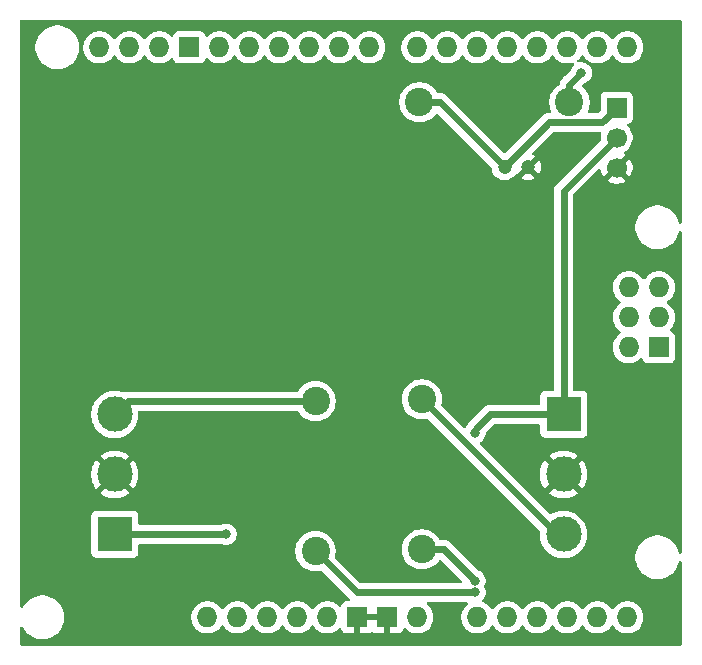
<source format=gbr>
%TF.GenerationSoftware,KiCad,Pcbnew,9.0.4*%
%TF.CreationDate,2025-09-27T21:55:19+08:00*%
%TF.ProjectId,SolarTrackingSystem,536f6c61-7254-4726-9163-6b696e675379,0*%
%TF.SameCoordinates,Original*%
%TF.FileFunction,Copper,L2,Bot*%
%TF.FilePolarity,Positive*%
%FSLAX46Y46*%
G04 Gerber Fmt 4.6, Leading zero omitted, Abs format (unit mm)*
G04 Created by KiCad (PCBNEW 9.0.4) date 2025-09-27 21:55:19*
%MOMM*%
%LPD*%
G01*
G04 APERTURE LIST*
%TA.AperFunction,ComponentPad*%
%ADD10C,2.400000*%
%TD*%
%TA.AperFunction,ComponentPad*%
%ADD11R,1.700000X1.700000*%
%TD*%
%TA.AperFunction,ComponentPad*%
%ADD12C,1.700000*%
%TD*%
%TA.AperFunction,ComponentPad*%
%ADD13R,3.000000X3.000000*%
%TD*%
%TA.AperFunction,ComponentPad*%
%ADD14C,3.000000*%
%TD*%
%TA.AperFunction,ComponentPad*%
%ADD15C,1.200000*%
%TD*%
%TA.AperFunction,ComponentPad*%
%ADD16O,1.727200X1.727200*%
%TD*%
%TA.AperFunction,ComponentPad*%
%ADD17R,1.727200X1.727200*%
%TD*%
%TA.AperFunction,ViaPad*%
%ADD18C,0.800000*%
%TD*%
%TA.AperFunction,Conductor*%
%ADD19C,0.600000*%
%TD*%
%TA.AperFunction,Conductor*%
%ADD20C,0.200000*%
%TD*%
G04 APERTURE END LIST*
D10*
%TO.P,R1,1*%
%TO.N,Net-(A1-D3_INT1)*%
X157500000Y-66000000D03*
%TO.P,R1,2*%
%TO.N,Net-(J1-Pin_1)*%
X144800000Y-66000000D03*
%TD*%
%TO.P,R2,1*%
%TO.N,Net-(J3-Pin_3)*%
X136000000Y-91300000D03*
%TO.P,R2,2*%
%TO.N,Net-(A1-PadA4)*%
X136000000Y-104000000D03*
%TD*%
D11*
%TO.P,J1,1,Pin_1*%
%TO.N,Net-(J1-Pin_1)*%
X161500000Y-66460000D03*
D12*
%TO.P,J1,2,Pin_2*%
%TO.N,/5V_pin*%
X161500000Y-69000000D03*
%TO.P,J1,3,Pin_3*%
%TO.N,GND*%
X161500000Y-71540000D03*
%TD*%
D13*
%TO.P,J2,1,Pin_1*%
%TO.N,/5V_pin*%
X157000000Y-92420000D03*
D14*
%TO.P,J2,2,Pin_2*%
%TO.N,GND*%
X157000000Y-97500000D03*
%TO.P,J2,3,Pin_3*%
%TO.N,Net-(J2-Pin_3)*%
X157000000Y-102580000D03*
%TD*%
D15*
%TO.P,C1,1*%
%TO.N,Net-(J1-Pin_1)*%
X152000000Y-71500000D03*
%TO.P,C1,2*%
%TO.N,GND*%
X154000000Y-71500000D03*
%TD*%
D16*
%TO.P,A1,*%
%TO.N,*%
X126840000Y-109600000D03*
%TO.P,A1,3V3,3.3V*%
%TO.N,unconnected-(A1-3.3V-Pad3V3)*%
X134460000Y-109600000D03*
%TO.P,A1,5V1,5V*%
%TO.N,/5V_pin*%
X137000000Y-109600000D03*
%TO.P,A1,5V2,SPI_5V*%
%TO.N,unconnected-(A1-SPI_5V-Pad5V2)*%
X165067000Y-81660000D03*
%TO.P,A1,A0,A0*%
%TO.N,unconnected-(A1-PadA0)*%
X149700000Y-109600000D03*
%TO.P,A1,A1,A1*%
%TO.N,unconnected-(A1-PadA1)*%
X152240000Y-109600000D03*
%TO.P,A1,A2,A2*%
%TO.N,unconnected-(A1-PadA2)*%
X154780000Y-109600000D03*
%TO.P,A1,A3,A3*%
%TO.N,unconnected-(A1-PadA3)*%
X157320000Y-109600000D03*
%TO.P,A1,A4,A4*%
%TO.N,Net-(A1-PadA4)*%
X159860000Y-109600000D03*
%TO.P,A1,A5,A5*%
%TO.N,Net-(A1-PadA5)*%
X162400000Y-109600000D03*
%TO.P,A1,AREF,AREF*%
%TO.N,unconnected-(A1-PadAREF)*%
X122776000Y-61340000D03*
%TO.P,A1,D0,D0/RX*%
%TO.N,unconnected-(A1-D0{slash}RX-PadD0)*%
X162400000Y-61340000D03*
%TO.P,A1,D1,D1/TX*%
%TO.N,unconnected-(A1-D1{slash}TX-PadD1)*%
X159860000Y-61340000D03*
%TO.P,A1,D2,D2_INT0*%
%TO.N,unconnected-(A1-D2_INT0-PadD2)*%
X157320000Y-61340000D03*
%TO.P,A1,D3,D3_INT1*%
%TO.N,Net-(A1-D3_INT1)*%
X154780000Y-61340000D03*
%TO.P,A1,D4,D4*%
%TO.N,unconnected-(A1-PadD4)*%
X152240000Y-61340000D03*
%TO.P,A1,D5,D5*%
%TO.N,unconnected-(A1-PadD5)*%
X149700000Y-61340000D03*
%TO.P,A1,D6,D6*%
%TO.N,unconnected-(A1-PadD6)*%
X147160000Y-61340000D03*
%TO.P,A1,D7,D7*%
%TO.N,unconnected-(A1-PadD7)*%
X144620000Y-61340000D03*
%TO.P,A1,D8,D8*%
%TO.N,unconnected-(A1-PadD8)*%
X140556000Y-61340000D03*
%TO.P,A1,D9,D9*%
%TO.N,unconnected-(A1-PadD9)*%
X138016000Y-61340000D03*
%TO.P,A1,D10,D10_CS*%
%TO.N,unconnected-(A1-D10_CS-PadD10)*%
X135476000Y-61340000D03*
%TO.P,A1,D11,D11*%
%TO.N,unconnected-(A1-PadD11)*%
X132936000Y-61340000D03*
%TO.P,A1,D12,D12*%
%TO.N,unconnected-(A1-PadD12)*%
X130396000Y-61340000D03*
%TO.P,A1,D13,D13*%
%TO.N,unconnected-(A1-PadD13)*%
X127856000Y-61340000D03*
D17*
%TO.P,A1,GND1,GND*%
%TO.N,unconnected-(A1-GND-PadGND1)*%
X125316000Y-61340000D03*
%TO.P,A1,GND2,GND*%
%TO.N,GND*%
X139540000Y-109600000D03*
%TO.P,A1,GND3,GND*%
X142080000Y-109600000D03*
%TO.P,A1,GND4,SPI_GND*%
%TO.N,unconnected-(A1-SPI_GND-PadGND4)*%
X165067000Y-86740000D03*
D16*
%TO.P,A1,IORF,IOREF*%
%TO.N,unconnected-(A1-IOREF-PadIORF)*%
X129380000Y-109600000D03*
%TO.P,A1,MISO,SPI_MISO*%
%TO.N,unconnected-(A1-SPI_MISO-PadMISO)*%
X162527000Y-81660000D03*
%TO.P,A1,MOSI,SPI_MOSI*%
%TO.N,unconnected-(A1-SPI_MOSI-PadMOSI)*%
X165067000Y-84200000D03*
%TO.P,A1,RST1,RESET*%
%TO.N,unconnected-(A1-RESET-PadRST1)*%
X131920000Y-109600000D03*
%TO.P,A1,RST2,SPI_RESET*%
%TO.N,unconnected-(A1-SPI_RESET-PadRST2)*%
X162527000Y-86740000D03*
%TO.P,A1,SCK,SPI_SCK*%
%TO.N,unconnected-(A1-SPI_SCK-PadSCK)*%
X162527000Y-84200000D03*
%TO.P,A1,SCL,SCL*%
%TO.N,unconnected-(A1-PadSCL)*%
X117696000Y-61340000D03*
%TO.P,A1,SDA,SDA*%
%TO.N,unconnected-(A1-PadSDA)*%
X120236000Y-61340000D03*
%TO.P,A1,VIN,VIN*%
%TO.N,unconnected-(A1-PadVIN)*%
X144620000Y-109600000D03*
%TD*%
D10*
%TO.P,R3,1*%
%TO.N,Net-(J2-Pin_3)*%
X145000000Y-91150000D03*
%TO.P,R3,2*%
%TO.N,Net-(A1-PadA5)*%
X145000000Y-103850000D03*
%TD*%
D13*
%TO.P,J3,1,Pin_1*%
%TO.N,/5V_pin*%
X119000000Y-102580000D03*
D14*
%TO.P,J3,2,Pin_2*%
%TO.N,GND*%
X119000000Y-97500000D03*
%TO.P,J3,3,Pin_3*%
%TO.N,Net-(J3-Pin_3)*%
X119000000Y-92420000D03*
%TD*%
D18*
%TO.N,Net-(A1-D3_INT1)*%
X158500000Y-63500000D03*
%TO.N,GND*%
X128500000Y-101000000D03*
X151000000Y-94000000D03*
%TO.N,Net-(A1-PadA4)*%
X149500000Y-107500000D03*
%TO.N,/5V_pin*%
X149500000Y-94000000D03*
X128434314Y-102565686D03*
%TO.N,Net-(A1-PadA5)*%
X149500000Y-106500000D03*
%TD*%
D19*
%TO.N,Net-(A1-D3_INT1)*%
X157500000Y-66000000D02*
X157500000Y-64500000D01*
X157500000Y-64500000D02*
X158500000Y-63500000D01*
D20*
%TO.N,GND*%
X154040000Y-71540000D02*
X154000000Y-71500000D01*
D19*
%TO.N,Net-(A1-PadA4)*%
X139500000Y-107500000D02*
X149500000Y-107500000D01*
X136000000Y-104000000D02*
X139500000Y-107500000D01*
%TO.N,/5V_pin*%
X128420000Y-102580000D02*
X128434314Y-102565686D01*
X157000000Y-92420000D02*
X150805793Y-92420000D01*
X149500000Y-93725793D02*
X149500000Y-94000000D01*
X157000000Y-73500000D02*
X157000000Y-92420000D01*
X150805793Y-92420000D02*
X149500000Y-93725793D01*
X119000000Y-102580000D02*
X128420000Y-102580000D01*
X161500000Y-69000000D02*
X157000000Y-73500000D01*
%TO.N,Net-(A1-PadA5)*%
X145000000Y-103850000D02*
X146850000Y-103850000D01*
X146850000Y-103850000D02*
X149500000Y-106500000D01*
%TO.N,Net-(J1-Pin_1)*%
X144800000Y-66000000D02*
X146500000Y-66000000D01*
X160259000Y-67701000D02*
X155799000Y-67701000D01*
X146500000Y-66000000D02*
X152000000Y-71500000D01*
X155799000Y-67701000D02*
X152000000Y-71500000D01*
X161500000Y-66460000D02*
X160259000Y-67701000D01*
%TO.N,Net-(J2-Pin_3)*%
X156430000Y-102580000D02*
X145000000Y-91150000D01*
X157000000Y-102580000D02*
X156430000Y-102580000D01*
%TO.N,Net-(J3-Pin_3)*%
X136000000Y-91300000D02*
X120120000Y-91300000D01*
X120120000Y-91300000D02*
X119000000Y-92420000D01*
%TD*%
%TA.AperFunction,Conductor*%
%TO.N,GND*%
G36*
X141606619Y-109403919D02*
G01*
X141572000Y-109533120D01*
X141572000Y-109666880D01*
X141606619Y-109796081D01*
X141637749Y-109850000D01*
X139982251Y-109850000D01*
X140013381Y-109796081D01*
X140048000Y-109666880D01*
X140048000Y-109533120D01*
X140013381Y-109403919D01*
X139982251Y-109350000D01*
X141637749Y-109350000D01*
X141606619Y-109403919D01*
G37*
%TD.AperFunction*%
%TA.AperFunction,Conductor*%
G36*
X166942539Y-59020185D02*
G01*
X166988294Y-59072989D01*
X166999500Y-59124500D01*
X166999500Y-76174501D01*
X166979815Y-76241540D01*
X166927011Y-76287295D01*
X166857853Y-76297239D01*
X166794297Y-76268214D01*
X166756523Y-76209436D01*
X166755725Y-76206595D01*
X166696054Y-75983900D01*
X166603224Y-75759788D01*
X166481936Y-75549711D01*
X166334265Y-75357262D01*
X166334260Y-75357256D01*
X166162743Y-75185739D01*
X166162736Y-75185733D01*
X165970293Y-75038067D01*
X165970292Y-75038066D01*
X165970289Y-75038064D01*
X165760212Y-74916776D01*
X165760205Y-74916773D01*
X165536104Y-74823947D01*
X165301785Y-74761161D01*
X165061289Y-74729500D01*
X165061288Y-74729500D01*
X164818712Y-74729500D01*
X164818711Y-74729500D01*
X164578214Y-74761161D01*
X164343895Y-74823947D01*
X164119794Y-74916773D01*
X164119785Y-74916777D01*
X163909706Y-75038067D01*
X163717263Y-75185733D01*
X163717256Y-75185739D01*
X163545739Y-75357256D01*
X163545733Y-75357263D01*
X163398067Y-75549706D01*
X163276777Y-75759785D01*
X163276773Y-75759794D01*
X163183947Y-75983895D01*
X163121161Y-76218214D01*
X163089500Y-76458711D01*
X163089500Y-76701288D01*
X163121161Y-76941785D01*
X163183947Y-77176104D01*
X163276773Y-77400205D01*
X163276776Y-77400212D01*
X163398064Y-77610289D01*
X163398066Y-77610292D01*
X163398067Y-77610293D01*
X163545733Y-77802736D01*
X163545739Y-77802743D01*
X163717256Y-77974260D01*
X163717262Y-77974265D01*
X163909711Y-78121936D01*
X164119788Y-78243224D01*
X164343900Y-78336054D01*
X164578211Y-78398838D01*
X164758586Y-78422584D01*
X164818711Y-78430500D01*
X164818712Y-78430500D01*
X165061289Y-78430500D01*
X165109388Y-78424167D01*
X165301789Y-78398838D01*
X165536100Y-78336054D01*
X165760212Y-78243224D01*
X165970289Y-78121936D01*
X166162738Y-77974265D01*
X166334265Y-77802738D01*
X166481936Y-77610289D01*
X166603224Y-77400212D01*
X166696054Y-77176100D01*
X166755726Y-76953401D01*
X166792090Y-76893744D01*
X166854937Y-76863215D01*
X166924313Y-76871510D01*
X166978191Y-76915995D01*
X166999465Y-76982547D01*
X166999500Y-76985498D01*
X166999500Y-104114501D01*
X166979815Y-104181540D01*
X166927011Y-104227295D01*
X166857853Y-104237239D01*
X166794297Y-104208214D01*
X166756523Y-104149436D01*
X166755725Y-104146595D01*
X166696054Y-103923900D01*
X166603224Y-103699788D01*
X166481936Y-103489711D01*
X166334265Y-103297262D01*
X166334260Y-103297256D01*
X166162743Y-103125739D01*
X166162736Y-103125733D01*
X165970293Y-102978067D01*
X165970292Y-102978066D01*
X165970289Y-102978064D01*
X165760212Y-102856776D01*
X165691593Y-102828353D01*
X165536104Y-102763947D01*
X165367431Y-102718751D01*
X165301789Y-102701162D01*
X165301788Y-102701161D01*
X165301785Y-102701161D01*
X165061289Y-102669500D01*
X165061288Y-102669500D01*
X164818712Y-102669500D01*
X164818711Y-102669500D01*
X164578214Y-102701161D01*
X164343895Y-102763947D01*
X164119794Y-102856773D01*
X164119785Y-102856777D01*
X163909706Y-102978067D01*
X163717263Y-103125733D01*
X163717256Y-103125739D01*
X163545739Y-103297256D01*
X163545733Y-103297263D01*
X163398067Y-103489706D01*
X163276777Y-103699785D01*
X163276773Y-103699794D01*
X163183947Y-103923895D01*
X163121161Y-104158214D01*
X163089500Y-104398711D01*
X163089500Y-104641288D01*
X163121161Y-104881785D01*
X163183947Y-105116104D01*
X163246429Y-105266948D01*
X163276776Y-105340212D01*
X163398064Y-105550289D01*
X163398066Y-105550292D01*
X163398067Y-105550293D01*
X163545733Y-105742736D01*
X163545739Y-105742743D01*
X163717256Y-105914260D01*
X163717263Y-105914266D01*
X163732510Y-105925965D01*
X163909711Y-106061936D01*
X164119788Y-106183224D01*
X164343900Y-106276054D01*
X164578211Y-106338838D01*
X164758586Y-106362584D01*
X164818711Y-106370500D01*
X164818712Y-106370500D01*
X165061289Y-106370500D01*
X165109388Y-106364167D01*
X165301789Y-106338838D01*
X165536100Y-106276054D01*
X165760212Y-106183224D01*
X165970289Y-106061936D01*
X166162738Y-105914265D01*
X166334265Y-105742738D01*
X166481936Y-105550289D01*
X166603224Y-105340212D01*
X166696054Y-105116100D01*
X166755726Y-104893401D01*
X166792090Y-104833744D01*
X166854937Y-104803215D01*
X166924313Y-104811510D01*
X166978191Y-104855995D01*
X166999465Y-104922547D01*
X166999500Y-104925498D01*
X166999500Y-111875500D01*
X166979815Y-111942539D01*
X166927011Y-111988294D01*
X166875500Y-111999500D01*
X111124500Y-111999500D01*
X111057461Y-111979815D01*
X111011706Y-111927011D01*
X111000500Y-111875500D01*
X111000500Y-110525705D01*
X111020185Y-110458666D01*
X111072989Y-110412911D01*
X111142147Y-110402967D01*
X111205703Y-110431992D01*
X111231885Y-110463703D01*
X111328064Y-110630289D01*
X111328066Y-110630292D01*
X111328067Y-110630293D01*
X111475733Y-110822736D01*
X111475739Y-110822743D01*
X111647256Y-110994260D01*
X111647262Y-110994265D01*
X111839711Y-111141936D01*
X112049788Y-111263224D01*
X112273900Y-111356054D01*
X112508211Y-111418838D01*
X112688586Y-111442584D01*
X112748711Y-111450500D01*
X112748712Y-111450500D01*
X112991289Y-111450500D01*
X113039388Y-111444167D01*
X113231789Y-111418838D01*
X113466100Y-111356054D01*
X113690212Y-111263224D01*
X113900289Y-111141936D01*
X114092738Y-110994265D01*
X114264265Y-110822738D01*
X114411936Y-110630289D01*
X114533224Y-110420212D01*
X114626054Y-110196100D01*
X114688838Y-109961789D01*
X114720500Y-109721288D01*
X114720500Y-109492643D01*
X125475900Y-109492643D01*
X125475900Y-109707357D01*
X125478536Y-109724000D01*
X125509489Y-109919428D01*
X125575837Y-110123630D01*
X125575838Y-110123633D01*
X125659652Y-110288125D01*
X125673317Y-110314944D01*
X125799523Y-110488651D01*
X125951349Y-110640477D01*
X126125056Y-110766683D01*
X126218888Y-110814492D01*
X126316366Y-110864161D01*
X126316369Y-110864162D01*
X126418470Y-110897336D01*
X126520573Y-110930511D01*
X126732643Y-110964100D01*
X126732644Y-110964100D01*
X126947356Y-110964100D01*
X126947357Y-110964100D01*
X127159427Y-110930511D01*
X127363633Y-110864161D01*
X127554944Y-110766683D01*
X127728651Y-110640477D01*
X127880477Y-110488651D01*
X128006683Y-110314944D01*
X128006683Y-110314943D01*
X128009547Y-110311002D01*
X128011478Y-110312405D01*
X128055927Y-110272078D01*
X128124840Y-110260558D01*
X128189042Y-110288125D01*
X128209478Y-110311709D01*
X128210453Y-110311002D01*
X128213316Y-110314943D01*
X128213317Y-110314944D01*
X128339523Y-110488651D01*
X128491349Y-110640477D01*
X128665056Y-110766683D01*
X128758888Y-110814492D01*
X128856366Y-110864161D01*
X128856369Y-110864162D01*
X128958470Y-110897336D01*
X129060573Y-110930511D01*
X129272643Y-110964100D01*
X129272644Y-110964100D01*
X129487356Y-110964100D01*
X129487357Y-110964100D01*
X129699427Y-110930511D01*
X129903633Y-110864161D01*
X130094944Y-110766683D01*
X130268651Y-110640477D01*
X130420477Y-110488651D01*
X130546683Y-110314944D01*
X130546683Y-110314943D01*
X130549547Y-110311002D01*
X130551478Y-110312405D01*
X130595927Y-110272078D01*
X130664840Y-110260558D01*
X130729042Y-110288125D01*
X130749478Y-110311709D01*
X130750453Y-110311002D01*
X130753316Y-110314943D01*
X130753317Y-110314944D01*
X130879523Y-110488651D01*
X131031349Y-110640477D01*
X131205056Y-110766683D01*
X131298888Y-110814492D01*
X131396366Y-110864161D01*
X131396369Y-110864162D01*
X131498470Y-110897336D01*
X131600573Y-110930511D01*
X131812643Y-110964100D01*
X131812644Y-110964100D01*
X132027356Y-110964100D01*
X132027357Y-110964100D01*
X132239427Y-110930511D01*
X132443633Y-110864161D01*
X132634944Y-110766683D01*
X132808651Y-110640477D01*
X132960477Y-110488651D01*
X133086683Y-110314944D01*
X133086683Y-110314943D01*
X133089547Y-110311002D01*
X133091478Y-110312405D01*
X133135927Y-110272078D01*
X133204840Y-110260558D01*
X133269042Y-110288125D01*
X133289478Y-110311709D01*
X133290453Y-110311002D01*
X133293316Y-110314943D01*
X133293317Y-110314944D01*
X133419523Y-110488651D01*
X133571349Y-110640477D01*
X133745056Y-110766683D01*
X133838888Y-110814492D01*
X133936366Y-110864161D01*
X133936369Y-110864162D01*
X134038470Y-110897336D01*
X134140573Y-110930511D01*
X134352643Y-110964100D01*
X134352644Y-110964100D01*
X134567356Y-110964100D01*
X134567357Y-110964100D01*
X134779427Y-110930511D01*
X134983633Y-110864161D01*
X135174944Y-110766683D01*
X135348651Y-110640477D01*
X135500477Y-110488651D01*
X135626683Y-110314944D01*
X135626683Y-110314943D01*
X135629547Y-110311002D01*
X135631478Y-110312405D01*
X135675927Y-110272078D01*
X135744840Y-110260558D01*
X135809042Y-110288125D01*
X135829478Y-110311709D01*
X135830453Y-110311002D01*
X135833316Y-110314943D01*
X135833317Y-110314944D01*
X135959523Y-110488651D01*
X136111349Y-110640477D01*
X136285056Y-110766683D01*
X136378888Y-110814492D01*
X136476366Y-110864161D01*
X136476369Y-110864162D01*
X136578470Y-110897336D01*
X136680573Y-110930511D01*
X136892643Y-110964100D01*
X136892644Y-110964100D01*
X137107356Y-110964100D01*
X137107357Y-110964100D01*
X137319427Y-110930511D01*
X137523633Y-110864161D01*
X137714944Y-110766683D01*
X137888651Y-110640477D01*
X137985342Y-110543785D01*
X138046661Y-110510303D01*
X138116353Y-110515287D01*
X138172287Y-110557158D01*
X138189202Y-110588136D01*
X138233045Y-110705686D01*
X138233049Y-110705693D01*
X138319209Y-110820787D01*
X138319212Y-110820790D01*
X138434306Y-110906950D01*
X138434313Y-110906954D01*
X138569020Y-110957196D01*
X138569027Y-110957198D01*
X138628555Y-110963599D01*
X138628572Y-110963600D01*
X139290000Y-110963600D01*
X139290000Y-110042251D01*
X139343919Y-110073381D01*
X139473120Y-110108000D01*
X139606880Y-110108000D01*
X139736081Y-110073381D01*
X139790000Y-110042251D01*
X139790000Y-110963600D01*
X140451428Y-110963600D01*
X140451444Y-110963599D01*
X140510972Y-110957198D01*
X140510979Y-110957196D01*
X140645686Y-110906954D01*
X140645689Y-110906952D01*
X140735688Y-110839579D01*
X140801152Y-110815161D01*
X140869426Y-110830012D01*
X140884312Y-110839579D01*
X140974310Y-110906952D01*
X140974313Y-110906954D01*
X141109020Y-110957196D01*
X141109027Y-110957198D01*
X141168555Y-110963599D01*
X141168572Y-110963600D01*
X141830000Y-110963600D01*
X141830000Y-110042251D01*
X141883919Y-110073381D01*
X142013120Y-110108000D01*
X142146880Y-110108000D01*
X142276081Y-110073381D01*
X142330000Y-110042251D01*
X142330000Y-110963600D01*
X142991428Y-110963600D01*
X142991444Y-110963599D01*
X143050972Y-110957198D01*
X143050979Y-110957196D01*
X143185686Y-110906954D01*
X143185693Y-110906950D01*
X143300787Y-110820790D01*
X143300790Y-110820787D01*
X143386950Y-110705693D01*
X143386955Y-110705684D01*
X143430797Y-110588137D01*
X143472668Y-110532203D01*
X143538132Y-110507785D01*
X143606405Y-110522636D01*
X143634660Y-110543788D01*
X143731349Y-110640477D01*
X143905056Y-110766683D01*
X143998888Y-110814492D01*
X144096366Y-110864161D01*
X144096369Y-110864162D01*
X144198470Y-110897336D01*
X144300573Y-110930511D01*
X144512643Y-110964100D01*
X144512644Y-110964100D01*
X144727356Y-110964100D01*
X144727357Y-110964100D01*
X144939427Y-110930511D01*
X145143633Y-110864161D01*
X145334944Y-110766683D01*
X145508651Y-110640477D01*
X145660477Y-110488651D01*
X145786683Y-110314944D01*
X145884161Y-110123633D01*
X145950511Y-109919427D01*
X145984100Y-109707357D01*
X145984100Y-109492643D01*
X145950511Y-109280573D01*
X145890000Y-109094337D01*
X145884162Y-109076369D01*
X145884161Y-109076366D01*
X145800266Y-108911715D01*
X145786683Y-108885056D01*
X145660477Y-108711349D01*
X145508651Y-108559523D01*
X145460881Y-108524816D01*
X145418218Y-108469488D01*
X145412239Y-108399874D01*
X145444845Y-108338080D01*
X145505684Y-108303722D01*
X145533769Y-108300500D01*
X148786231Y-108300500D01*
X148853270Y-108320185D01*
X148899025Y-108372989D01*
X148908969Y-108442147D01*
X148879944Y-108505703D01*
X148859120Y-108524815D01*
X148811349Y-108559523D01*
X148811347Y-108559525D01*
X148811346Y-108559525D01*
X148659525Y-108711346D01*
X148659525Y-108711347D01*
X148659523Y-108711349D01*
X148615629Y-108771764D01*
X148533317Y-108885055D01*
X148435838Y-109076366D01*
X148435837Y-109076369D01*
X148369489Y-109280571D01*
X148356718Y-109361206D01*
X148335900Y-109492643D01*
X148335900Y-109707357D01*
X148338536Y-109724000D01*
X148369489Y-109919428D01*
X148435837Y-110123630D01*
X148435838Y-110123633D01*
X148519652Y-110288125D01*
X148533317Y-110314944D01*
X148659523Y-110488651D01*
X148811349Y-110640477D01*
X148985056Y-110766683D01*
X149078888Y-110814492D01*
X149176366Y-110864161D01*
X149176369Y-110864162D01*
X149278470Y-110897336D01*
X149380573Y-110930511D01*
X149592643Y-110964100D01*
X149592644Y-110964100D01*
X149807356Y-110964100D01*
X149807357Y-110964100D01*
X150019427Y-110930511D01*
X150223633Y-110864161D01*
X150414944Y-110766683D01*
X150588651Y-110640477D01*
X150740477Y-110488651D01*
X150866683Y-110314944D01*
X150866683Y-110314943D01*
X150869547Y-110311002D01*
X150871478Y-110312405D01*
X150915927Y-110272078D01*
X150984840Y-110260558D01*
X151049042Y-110288125D01*
X151069478Y-110311709D01*
X151070453Y-110311002D01*
X151073316Y-110314943D01*
X151073317Y-110314944D01*
X151199523Y-110488651D01*
X151351349Y-110640477D01*
X151525056Y-110766683D01*
X151618888Y-110814492D01*
X151716366Y-110864161D01*
X151716369Y-110864162D01*
X151818470Y-110897336D01*
X151920573Y-110930511D01*
X152132643Y-110964100D01*
X152132644Y-110964100D01*
X152347356Y-110964100D01*
X152347357Y-110964100D01*
X152559427Y-110930511D01*
X152763633Y-110864161D01*
X152954944Y-110766683D01*
X153128651Y-110640477D01*
X153280477Y-110488651D01*
X153406683Y-110314944D01*
X153406683Y-110314943D01*
X153409547Y-110311002D01*
X153411478Y-110312405D01*
X153455927Y-110272078D01*
X153524840Y-110260558D01*
X153589042Y-110288125D01*
X153609478Y-110311709D01*
X153610453Y-110311002D01*
X153613316Y-110314943D01*
X153613317Y-110314944D01*
X153739523Y-110488651D01*
X153891349Y-110640477D01*
X154065056Y-110766683D01*
X154158888Y-110814492D01*
X154256366Y-110864161D01*
X154256369Y-110864162D01*
X154358470Y-110897336D01*
X154460573Y-110930511D01*
X154672643Y-110964100D01*
X154672644Y-110964100D01*
X154887356Y-110964100D01*
X154887357Y-110964100D01*
X155099427Y-110930511D01*
X155303633Y-110864161D01*
X155494944Y-110766683D01*
X155668651Y-110640477D01*
X155820477Y-110488651D01*
X155946683Y-110314944D01*
X155946683Y-110314943D01*
X155949547Y-110311002D01*
X155951478Y-110312405D01*
X155995927Y-110272078D01*
X156064840Y-110260558D01*
X156129042Y-110288125D01*
X156149478Y-110311709D01*
X156150453Y-110311002D01*
X156153316Y-110314943D01*
X156153317Y-110314944D01*
X156279523Y-110488651D01*
X156431349Y-110640477D01*
X156605056Y-110766683D01*
X156698888Y-110814492D01*
X156796366Y-110864161D01*
X156796369Y-110864162D01*
X156898470Y-110897336D01*
X157000573Y-110930511D01*
X157212643Y-110964100D01*
X157212644Y-110964100D01*
X157427356Y-110964100D01*
X157427357Y-110964100D01*
X157639427Y-110930511D01*
X157843633Y-110864161D01*
X158034944Y-110766683D01*
X158208651Y-110640477D01*
X158360477Y-110488651D01*
X158486683Y-110314944D01*
X158486683Y-110314943D01*
X158489547Y-110311002D01*
X158491478Y-110312405D01*
X158535927Y-110272078D01*
X158604840Y-110260558D01*
X158669042Y-110288125D01*
X158689478Y-110311709D01*
X158690453Y-110311002D01*
X158693316Y-110314943D01*
X158693317Y-110314944D01*
X158819523Y-110488651D01*
X158971349Y-110640477D01*
X159145056Y-110766683D01*
X159238888Y-110814492D01*
X159336366Y-110864161D01*
X159336369Y-110864162D01*
X159438470Y-110897336D01*
X159540573Y-110930511D01*
X159752643Y-110964100D01*
X159752644Y-110964100D01*
X159967356Y-110964100D01*
X159967357Y-110964100D01*
X160179427Y-110930511D01*
X160383633Y-110864161D01*
X160574944Y-110766683D01*
X160748651Y-110640477D01*
X160900477Y-110488651D01*
X161026683Y-110314944D01*
X161026683Y-110314943D01*
X161029547Y-110311002D01*
X161031478Y-110312405D01*
X161075927Y-110272078D01*
X161144840Y-110260558D01*
X161209042Y-110288125D01*
X161229478Y-110311709D01*
X161230453Y-110311002D01*
X161233316Y-110314943D01*
X161233317Y-110314944D01*
X161359523Y-110488651D01*
X161511349Y-110640477D01*
X161685056Y-110766683D01*
X161778888Y-110814492D01*
X161876366Y-110864161D01*
X161876369Y-110864162D01*
X161978470Y-110897336D01*
X162080573Y-110930511D01*
X162292643Y-110964100D01*
X162292644Y-110964100D01*
X162507356Y-110964100D01*
X162507357Y-110964100D01*
X162719427Y-110930511D01*
X162923633Y-110864161D01*
X163114944Y-110766683D01*
X163288651Y-110640477D01*
X163440477Y-110488651D01*
X163566683Y-110314944D01*
X163664161Y-110123633D01*
X163730511Y-109919427D01*
X163764100Y-109707357D01*
X163764100Y-109492643D01*
X163730511Y-109280573D01*
X163670000Y-109094337D01*
X163664162Y-109076369D01*
X163664161Y-109076366D01*
X163580266Y-108911715D01*
X163566683Y-108885056D01*
X163440477Y-108711349D01*
X163288651Y-108559523D01*
X163114944Y-108433317D01*
X163049309Y-108399874D01*
X162923633Y-108335838D01*
X162923630Y-108335837D01*
X162719428Y-108269489D01*
X162550940Y-108242803D01*
X162507357Y-108235900D01*
X162292643Y-108235900D01*
X162249060Y-108242803D01*
X162080571Y-108269489D01*
X161876369Y-108335837D01*
X161876366Y-108335838D01*
X161685055Y-108433317D01*
X161585949Y-108505322D01*
X161511349Y-108559523D01*
X161511347Y-108559525D01*
X161511346Y-108559525D01*
X161359525Y-108711346D01*
X161359525Y-108711347D01*
X161359523Y-108711349D01*
X161296762Y-108797732D01*
X161230453Y-108888998D01*
X161228562Y-108887624D01*
X161183848Y-108928030D01*
X161114911Y-108939411D01*
X161050765Y-108911715D01*
X161030488Y-108888314D01*
X161029547Y-108888998D01*
X161026682Y-108885055D01*
X160900477Y-108711349D01*
X160748651Y-108559523D01*
X160574944Y-108433317D01*
X160509309Y-108399874D01*
X160383633Y-108335838D01*
X160383630Y-108335837D01*
X160179428Y-108269489D01*
X160010940Y-108242803D01*
X159967357Y-108235900D01*
X159752643Y-108235900D01*
X159709060Y-108242803D01*
X159540571Y-108269489D01*
X159336369Y-108335837D01*
X159336366Y-108335838D01*
X159145055Y-108433317D01*
X159045949Y-108505322D01*
X158971349Y-108559523D01*
X158971347Y-108559525D01*
X158971346Y-108559525D01*
X158819525Y-108711346D01*
X158819525Y-108711347D01*
X158819523Y-108711349D01*
X158756762Y-108797732D01*
X158690453Y-108888998D01*
X158688562Y-108887624D01*
X158643848Y-108928030D01*
X158574911Y-108939411D01*
X158510765Y-108911715D01*
X158490488Y-108888314D01*
X158489547Y-108888998D01*
X158486682Y-108885055D01*
X158360477Y-108711349D01*
X158208651Y-108559523D01*
X158034944Y-108433317D01*
X157969309Y-108399874D01*
X157843633Y-108335838D01*
X157843630Y-108335837D01*
X157639428Y-108269489D01*
X157470940Y-108242803D01*
X157427357Y-108235900D01*
X157212643Y-108235900D01*
X157169060Y-108242803D01*
X157000571Y-108269489D01*
X156796369Y-108335837D01*
X156796366Y-108335838D01*
X156605055Y-108433317D01*
X156505949Y-108505322D01*
X156431349Y-108559523D01*
X156431347Y-108559525D01*
X156431346Y-108559525D01*
X156279525Y-108711346D01*
X156279525Y-108711347D01*
X156279523Y-108711349D01*
X156216762Y-108797732D01*
X156150453Y-108888998D01*
X156148562Y-108887624D01*
X156103848Y-108928030D01*
X156034911Y-108939411D01*
X155970765Y-108911715D01*
X155950488Y-108888314D01*
X155949547Y-108888998D01*
X155946682Y-108885055D01*
X155820477Y-108711349D01*
X155668651Y-108559523D01*
X155494944Y-108433317D01*
X155429309Y-108399874D01*
X155303633Y-108335838D01*
X155303630Y-108335837D01*
X155099428Y-108269489D01*
X154930940Y-108242803D01*
X154887357Y-108235900D01*
X154672643Y-108235900D01*
X154629060Y-108242803D01*
X154460571Y-108269489D01*
X154256369Y-108335837D01*
X154256366Y-108335838D01*
X154065055Y-108433317D01*
X153965949Y-108505322D01*
X153891349Y-108559523D01*
X153891347Y-108559525D01*
X153891346Y-108559525D01*
X153739525Y-108711346D01*
X153739525Y-108711347D01*
X153739523Y-108711349D01*
X153676762Y-108797732D01*
X153610453Y-108888998D01*
X153608562Y-108887624D01*
X153563848Y-108928030D01*
X153494911Y-108939411D01*
X153430765Y-108911715D01*
X153410488Y-108888314D01*
X153409547Y-108888998D01*
X153406682Y-108885055D01*
X153280477Y-108711349D01*
X153128651Y-108559523D01*
X152954944Y-108433317D01*
X152889309Y-108399874D01*
X152763633Y-108335838D01*
X152763630Y-108335837D01*
X152559428Y-108269489D01*
X152390940Y-108242803D01*
X152347357Y-108235900D01*
X152132643Y-108235900D01*
X152089060Y-108242803D01*
X151920571Y-108269489D01*
X151716369Y-108335837D01*
X151716366Y-108335838D01*
X151525055Y-108433317D01*
X151425949Y-108505322D01*
X151351349Y-108559523D01*
X151351347Y-108559525D01*
X151351346Y-108559525D01*
X151199525Y-108711346D01*
X151199525Y-108711347D01*
X151199523Y-108711349D01*
X151136762Y-108797732D01*
X151070453Y-108888998D01*
X151068562Y-108887624D01*
X151023848Y-108928030D01*
X150954911Y-108939411D01*
X150890765Y-108911715D01*
X150870488Y-108888314D01*
X150869547Y-108888998D01*
X150866682Y-108885055D01*
X150740477Y-108711349D01*
X150588651Y-108559523D01*
X150414944Y-108433317D01*
X150349309Y-108399874D01*
X150223633Y-108335838D01*
X150223627Y-108335836D01*
X150200238Y-108328237D01*
X150142562Y-108288800D01*
X150115363Y-108224442D01*
X150127277Y-108155595D01*
X150150875Y-108122624D01*
X150199461Y-108074038D01*
X150199464Y-108074035D01*
X150298013Y-107926547D01*
X150365894Y-107762666D01*
X150400500Y-107588691D01*
X150400500Y-107411309D01*
X150400500Y-107411306D01*
X150400499Y-107411304D01*
X150365896Y-107237341D01*
X150365893Y-107237332D01*
X150298015Y-107073457D01*
X150298014Y-107073455D01*
X150298013Y-107073453D01*
X150294965Y-107068892D01*
X150274086Y-107002217D01*
X150292569Y-106934837D01*
X150294948Y-106931132D01*
X150298013Y-106926547D01*
X150365894Y-106762666D01*
X150378522Y-106699184D01*
X150400499Y-106588695D01*
X150400500Y-106588693D01*
X150400500Y-106411306D01*
X150400499Y-106411304D01*
X150365896Y-106237341D01*
X150365893Y-106237332D01*
X150298016Y-106073459D01*
X150298009Y-106073446D01*
X150199464Y-105925965D01*
X150199461Y-105925961D01*
X150074038Y-105800538D01*
X150074034Y-105800535D01*
X149926553Y-105701990D01*
X149926544Y-105701985D01*
X149791457Y-105646031D01*
X149751229Y-105619151D01*
X147360292Y-103228213D01*
X147360288Y-103228210D01*
X147229185Y-103140609D01*
X147229172Y-103140602D01*
X147083501Y-103080264D01*
X147083489Y-103080261D01*
X146928845Y-103049500D01*
X146928842Y-103049500D01*
X146572991Y-103049500D01*
X146505952Y-103029815D01*
X146465604Y-102987500D01*
X146416952Y-102903233D01*
X146416948Y-102903226D01*
X146359496Y-102828353D01*
X146281248Y-102726377D01*
X146281242Y-102726370D01*
X146123629Y-102568757D01*
X146123622Y-102568751D01*
X145946782Y-102433058D01*
X145946780Y-102433057D01*
X145946774Y-102433052D01*
X145753726Y-102321595D01*
X145753722Y-102321593D01*
X145547790Y-102236293D01*
X145547783Y-102236291D01*
X145547781Y-102236290D01*
X145332463Y-102178596D01*
X145332457Y-102178595D01*
X145332452Y-102178594D01*
X145111466Y-102149501D01*
X145111463Y-102149500D01*
X145111457Y-102149500D01*
X144888543Y-102149500D01*
X144888537Y-102149500D01*
X144888533Y-102149501D01*
X144667547Y-102178594D01*
X144667540Y-102178595D01*
X144667537Y-102178596D01*
X144629138Y-102188885D01*
X144452219Y-102236290D01*
X144452209Y-102236293D01*
X144246277Y-102321593D01*
X144246273Y-102321595D01*
X144053226Y-102433052D01*
X144053217Y-102433058D01*
X143876377Y-102568751D01*
X143876370Y-102568757D01*
X143718757Y-102726370D01*
X143718751Y-102726377D01*
X143583058Y-102903217D01*
X143583052Y-102903226D01*
X143471595Y-103096273D01*
X143471593Y-103096277D01*
X143386293Y-103302209D01*
X143386290Y-103302219D01*
X143342219Y-103466697D01*
X143328597Y-103517534D01*
X143328594Y-103517547D01*
X143299501Y-103738533D01*
X143299500Y-103738549D01*
X143299500Y-103961450D01*
X143299501Y-103961466D01*
X143328594Y-104182452D01*
X143328595Y-104182457D01*
X143328596Y-104182463D01*
X143381002Y-104378046D01*
X143386290Y-104397780D01*
X143386293Y-104397790D01*
X143461974Y-104580499D01*
X143471595Y-104603726D01*
X143583052Y-104796774D01*
X143583057Y-104796780D01*
X143583058Y-104796782D01*
X143718751Y-104973622D01*
X143718757Y-104973629D01*
X143876370Y-105131242D01*
X143876376Y-105131247D01*
X144053226Y-105266948D01*
X144246274Y-105378405D01*
X144452219Y-105463710D01*
X144667537Y-105521404D01*
X144888543Y-105550500D01*
X144888550Y-105550500D01*
X145111450Y-105550500D01*
X145111457Y-105550500D01*
X145332463Y-105521404D01*
X145547781Y-105463710D01*
X145753726Y-105378405D01*
X145946774Y-105266948D01*
X146123624Y-105131247D01*
X146281247Y-104973624D01*
X146416948Y-104796774D01*
X146426829Y-104779658D01*
X146477395Y-104731442D01*
X146546002Y-104718218D01*
X146610867Y-104744185D01*
X146621898Y-104753976D01*
X148355741Y-106487819D01*
X148389226Y-106549142D01*
X148384242Y-106618834D01*
X148342370Y-106674767D01*
X148276906Y-106699184D01*
X148268060Y-106699500D01*
X139882940Y-106699500D01*
X139815901Y-106679815D01*
X139795259Y-106663181D01*
X137678311Y-104546233D01*
X137644826Y-104484910D01*
X137646216Y-104426460D01*
X137671404Y-104332463D01*
X137700500Y-104111457D01*
X137700500Y-103888543D01*
X137671404Y-103667537D01*
X137613710Y-103452219D01*
X137605161Y-103431581D01*
X137549522Y-103297256D01*
X137528405Y-103246274D01*
X137416948Y-103053226D01*
X137359277Y-102978067D01*
X137281248Y-102876377D01*
X137281242Y-102876370D01*
X137123629Y-102718757D01*
X137123622Y-102718751D01*
X136946782Y-102583058D01*
X136946780Y-102583057D01*
X136946774Y-102583052D01*
X136753726Y-102471595D01*
X136753722Y-102471593D01*
X136547790Y-102386293D01*
X136547783Y-102386291D01*
X136547781Y-102386290D01*
X136332463Y-102328596D01*
X136332457Y-102328595D01*
X136332452Y-102328594D01*
X136111466Y-102299501D01*
X136111463Y-102299500D01*
X136111457Y-102299500D01*
X135888543Y-102299500D01*
X135888537Y-102299500D01*
X135888533Y-102299501D01*
X135667547Y-102328594D01*
X135667540Y-102328595D01*
X135667537Y-102328596D01*
X135452219Y-102386290D01*
X135452209Y-102386293D01*
X135246277Y-102471593D01*
X135246273Y-102471595D01*
X135053226Y-102583052D01*
X135053217Y-102583058D01*
X134876377Y-102718751D01*
X134876370Y-102718757D01*
X134718757Y-102876370D01*
X134718751Y-102876377D01*
X134583058Y-103053217D01*
X134583052Y-103053226D01*
X134471595Y-103246273D01*
X134471593Y-103246277D01*
X134386293Y-103452209D01*
X134386290Y-103452219D01*
X134328597Y-103667534D01*
X134328594Y-103667547D01*
X134299501Y-103888533D01*
X134299500Y-103888549D01*
X134299500Y-104111450D01*
X134299501Y-104111466D01*
X134328594Y-104332452D01*
X134328595Y-104332457D01*
X134328596Y-104332463D01*
X134379864Y-104523797D01*
X134386290Y-104547780D01*
X134386293Y-104547790D01*
X134467643Y-104744185D01*
X134471595Y-104753726D01*
X134583052Y-104946774D01*
X134583057Y-104946780D01*
X134583058Y-104946782D01*
X134718751Y-105123622D01*
X134718757Y-105123629D01*
X134876370Y-105281242D01*
X134876376Y-105281247D01*
X135053226Y-105416948D01*
X135246274Y-105528405D01*
X135452219Y-105613710D01*
X135667537Y-105671404D01*
X135888543Y-105700500D01*
X135888550Y-105700500D01*
X136111450Y-105700500D01*
X136111457Y-105700500D01*
X136332463Y-105671404D01*
X136426460Y-105646217D01*
X136496308Y-105647880D01*
X136546233Y-105678311D01*
X138892641Y-108024719D01*
X138926126Y-108086042D01*
X138921142Y-108155734D01*
X138879270Y-108211667D01*
X138813806Y-108236084D01*
X138804960Y-108236400D01*
X138628555Y-108236400D01*
X138569027Y-108242801D01*
X138569020Y-108242803D01*
X138434313Y-108293045D01*
X138434306Y-108293049D01*
X138319212Y-108379209D01*
X138319209Y-108379212D01*
X138233049Y-108494306D01*
X138233045Y-108494313D01*
X138189202Y-108611863D01*
X138147330Y-108667797D01*
X138081866Y-108692214D01*
X138013593Y-108677362D01*
X137985339Y-108656211D01*
X137888653Y-108559525D01*
X137888651Y-108559523D01*
X137714944Y-108433317D01*
X137649309Y-108399874D01*
X137523633Y-108335838D01*
X137523630Y-108335837D01*
X137319428Y-108269489D01*
X137150940Y-108242803D01*
X137107357Y-108235900D01*
X136892643Y-108235900D01*
X136849060Y-108242803D01*
X136680571Y-108269489D01*
X136476369Y-108335837D01*
X136476366Y-108335838D01*
X136285055Y-108433317D01*
X136185949Y-108505322D01*
X136111349Y-108559523D01*
X136111347Y-108559525D01*
X136111346Y-108559525D01*
X135959525Y-108711346D01*
X135959525Y-108711347D01*
X135959523Y-108711349D01*
X135896762Y-108797732D01*
X135830453Y-108888998D01*
X135828562Y-108887624D01*
X135783848Y-108928030D01*
X135714911Y-108939411D01*
X135650765Y-108911715D01*
X135630488Y-108888314D01*
X135629547Y-108888998D01*
X135626682Y-108885055D01*
X135500477Y-108711349D01*
X135348651Y-108559523D01*
X135174944Y-108433317D01*
X135109309Y-108399874D01*
X134983633Y-108335838D01*
X134983630Y-108335837D01*
X134779428Y-108269489D01*
X134610940Y-108242803D01*
X134567357Y-108235900D01*
X134352643Y-108235900D01*
X134309060Y-108242803D01*
X134140571Y-108269489D01*
X133936369Y-108335837D01*
X133936366Y-108335838D01*
X133745055Y-108433317D01*
X133645949Y-108505322D01*
X133571349Y-108559523D01*
X133571347Y-108559525D01*
X133571346Y-108559525D01*
X133419525Y-108711346D01*
X133419525Y-108711347D01*
X133419523Y-108711349D01*
X133356762Y-108797732D01*
X133290453Y-108888998D01*
X133288562Y-108887624D01*
X133243848Y-108928030D01*
X133174911Y-108939411D01*
X133110765Y-108911715D01*
X133090488Y-108888314D01*
X133089547Y-108888998D01*
X133086682Y-108885055D01*
X132960477Y-108711349D01*
X132808651Y-108559523D01*
X132634944Y-108433317D01*
X132569309Y-108399874D01*
X132443633Y-108335838D01*
X132443630Y-108335837D01*
X132239428Y-108269489D01*
X132070940Y-108242803D01*
X132027357Y-108235900D01*
X131812643Y-108235900D01*
X131769060Y-108242803D01*
X131600571Y-108269489D01*
X131396369Y-108335837D01*
X131396366Y-108335838D01*
X131205055Y-108433317D01*
X131105949Y-108505322D01*
X131031349Y-108559523D01*
X131031347Y-108559525D01*
X131031346Y-108559525D01*
X130879525Y-108711346D01*
X130879525Y-108711347D01*
X130879523Y-108711349D01*
X130816762Y-108797732D01*
X130750453Y-108888998D01*
X130748562Y-108887624D01*
X130703848Y-108928030D01*
X130634911Y-108939411D01*
X130570765Y-108911715D01*
X130550488Y-108888314D01*
X130549547Y-108888998D01*
X130546682Y-108885055D01*
X130420477Y-108711349D01*
X130268651Y-108559523D01*
X130094944Y-108433317D01*
X130029309Y-108399874D01*
X129903633Y-108335838D01*
X129903630Y-108335837D01*
X129699428Y-108269489D01*
X129530940Y-108242803D01*
X129487357Y-108235900D01*
X129272643Y-108235900D01*
X129229060Y-108242803D01*
X129060571Y-108269489D01*
X128856369Y-108335837D01*
X128856366Y-108335838D01*
X128665055Y-108433317D01*
X128565949Y-108505322D01*
X128491349Y-108559523D01*
X128491347Y-108559525D01*
X128491346Y-108559525D01*
X128339525Y-108711346D01*
X128339525Y-108711347D01*
X128339523Y-108711349D01*
X128276762Y-108797732D01*
X128210453Y-108888998D01*
X128208562Y-108887624D01*
X128163848Y-108928030D01*
X128094911Y-108939411D01*
X128030765Y-108911715D01*
X128010488Y-108888314D01*
X128009547Y-108888998D01*
X128006682Y-108885055D01*
X127880477Y-108711349D01*
X127728651Y-108559523D01*
X127554944Y-108433317D01*
X127489309Y-108399874D01*
X127363633Y-108335838D01*
X127363630Y-108335837D01*
X127159428Y-108269489D01*
X126990940Y-108242803D01*
X126947357Y-108235900D01*
X126732643Y-108235900D01*
X126689060Y-108242803D01*
X126520571Y-108269489D01*
X126316369Y-108335837D01*
X126316366Y-108335838D01*
X126125055Y-108433317D01*
X126025949Y-108505322D01*
X125951349Y-108559523D01*
X125951347Y-108559525D01*
X125951346Y-108559525D01*
X125799525Y-108711346D01*
X125799525Y-108711347D01*
X125799523Y-108711349D01*
X125755629Y-108771764D01*
X125673317Y-108885055D01*
X125575838Y-109076366D01*
X125575837Y-109076369D01*
X125509489Y-109280571D01*
X125496718Y-109361206D01*
X125475900Y-109492643D01*
X114720500Y-109492643D01*
X114720500Y-109478712D01*
X114688838Y-109238211D01*
X114626054Y-109003900D01*
X114533224Y-108779788D01*
X114411936Y-108569711D01*
X114314053Y-108442147D01*
X114264266Y-108377263D01*
X114264260Y-108377256D01*
X114092743Y-108205739D01*
X114092736Y-108205733D01*
X113900293Y-108058067D01*
X113900292Y-108058066D01*
X113900289Y-108058064D01*
X113690212Y-107936776D01*
X113690205Y-107936773D01*
X113466104Y-107843947D01*
X113231785Y-107781161D01*
X112991289Y-107749500D01*
X112991288Y-107749500D01*
X112748712Y-107749500D01*
X112748711Y-107749500D01*
X112508214Y-107781161D01*
X112273895Y-107843947D01*
X112049794Y-107936773D01*
X112049785Y-107936777D01*
X111839706Y-108058067D01*
X111647263Y-108205733D01*
X111647256Y-108205739D01*
X111475739Y-108377256D01*
X111475733Y-108377263D01*
X111328067Y-108569706D01*
X111231887Y-108736294D01*
X111181320Y-108784510D01*
X111112713Y-108797732D01*
X111047848Y-108771764D01*
X111007320Y-108714850D01*
X111000500Y-108674294D01*
X111000500Y-101032135D01*
X116999500Y-101032135D01*
X116999500Y-104127870D01*
X116999501Y-104127876D01*
X117005908Y-104187483D01*
X117056202Y-104322328D01*
X117056206Y-104322335D01*
X117142452Y-104437544D01*
X117142455Y-104437547D01*
X117257664Y-104523793D01*
X117257671Y-104523797D01*
X117392517Y-104574091D01*
X117392516Y-104574091D01*
X117399444Y-104574835D01*
X117452127Y-104580500D01*
X120547872Y-104580499D01*
X120607483Y-104574091D01*
X120742331Y-104523796D01*
X120857546Y-104437546D01*
X120943796Y-104322331D01*
X120994091Y-104187483D01*
X121000500Y-104127873D01*
X121000500Y-103504500D01*
X121020185Y-103437461D01*
X121072989Y-103391706D01*
X121124500Y-103380500D01*
X128023665Y-103380500D01*
X128071115Y-103389938D01*
X128171648Y-103431580D01*
X128275407Y-103452219D01*
X128345618Y-103466185D01*
X128345621Y-103466186D01*
X128345623Y-103466186D01*
X128523007Y-103466186D01*
X128523008Y-103466185D01*
X128580996Y-103454650D01*
X128696972Y-103431582D01*
X128696975Y-103431580D01*
X128696980Y-103431580D01*
X128860861Y-103363699D01*
X129008349Y-103265150D01*
X129133778Y-103139721D01*
X129232327Y-102992233D01*
X129234288Y-102987500D01*
X129242272Y-102968221D01*
X129300208Y-102828352D01*
X129334814Y-102654377D01*
X129334814Y-102476995D01*
X129334814Y-102476992D01*
X129334813Y-102476990D01*
X129300210Y-102303027D01*
X129300207Y-102303018D01*
X129232330Y-102139145D01*
X129232323Y-102139132D01*
X129133778Y-101991651D01*
X129133775Y-101991647D01*
X129008352Y-101866224D01*
X129008348Y-101866221D01*
X128860867Y-101767676D01*
X128860854Y-101767669D01*
X128696981Y-101699792D01*
X128696972Y-101699789D01*
X128523008Y-101665186D01*
X128523005Y-101665186D01*
X128345623Y-101665186D01*
X128345620Y-101665186D01*
X128171655Y-101699789D01*
X128171646Y-101699792D01*
X128002138Y-101770004D01*
X128001244Y-101767845D01*
X127954579Y-101779500D01*
X121124499Y-101779500D01*
X121057460Y-101759815D01*
X121011705Y-101707011D01*
X121000499Y-101655500D01*
X121000499Y-101032129D01*
X121000498Y-101032123D01*
X121000497Y-101032116D01*
X120994091Y-100972517D01*
X120952954Y-100862224D01*
X120943797Y-100837671D01*
X120943793Y-100837664D01*
X120857547Y-100722455D01*
X120857544Y-100722452D01*
X120742335Y-100636206D01*
X120742328Y-100636202D01*
X120607482Y-100585908D01*
X120607483Y-100585908D01*
X120547883Y-100579501D01*
X120547881Y-100579500D01*
X120547873Y-100579500D01*
X120547864Y-100579500D01*
X117452129Y-100579500D01*
X117452123Y-100579501D01*
X117392516Y-100585908D01*
X117257671Y-100636202D01*
X117257664Y-100636206D01*
X117142455Y-100722452D01*
X117142452Y-100722455D01*
X117056206Y-100837664D01*
X117056202Y-100837671D01*
X117005908Y-100972517D01*
X116999501Y-101032116D01*
X116999501Y-101032123D01*
X116999500Y-101032135D01*
X111000500Y-101032135D01*
X111000500Y-97368905D01*
X117000000Y-97368905D01*
X117000000Y-97631094D01*
X117034220Y-97891009D01*
X117034222Y-97891020D01*
X117102075Y-98144255D01*
X117202404Y-98386471D01*
X117202409Y-98386482D01*
X117333488Y-98613516D01*
X117333494Y-98613524D01*
X117420080Y-98726365D01*
X118314767Y-97831677D01*
X118326497Y-97859995D01*
X118409670Y-97984472D01*
X118515528Y-98090330D01*
X118640005Y-98173503D01*
X118668320Y-98185231D01*
X117773633Y-99079917D01*
X117773633Y-99079918D01*
X117886475Y-99166505D01*
X117886483Y-99166511D01*
X118113517Y-99297590D01*
X118113528Y-99297595D01*
X118355744Y-99397924D01*
X118608979Y-99465777D01*
X118608990Y-99465779D01*
X118868905Y-99499999D01*
X118868920Y-99500000D01*
X119131080Y-99500000D01*
X119131094Y-99499999D01*
X119391009Y-99465779D01*
X119391020Y-99465777D01*
X119644255Y-99397924D01*
X119886471Y-99297595D01*
X119886482Y-99297590D01*
X120113516Y-99166511D01*
X120113534Y-99166499D01*
X120226365Y-99079919D01*
X120226365Y-99079917D01*
X119331679Y-98185231D01*
X119359995Y-98173503D01*
X119484472Y-98090330D01*
X119590330Y-97984472D01*
X119673503Y-97859995D01*
X119685231Y-97831679D01*
X120579917Y-98726365D01*
X120579919Y-98726365D01*
X120666499Y-98613534D01*
X120666511Y-98613516D01*
X120797590Y-98386482D01*
X120797595Y-98386471D01*
X120897924Y-98144255D01*
X120965777Y-97891020D01*
X120965779Y-97891009D01*
X120999999Y-97631094D01*
X121000000Y-97631080D01*
X121000000Y-97368919D01*
X120999999Y-97368905D01*
X120965779Y-97108990D01*
X120965777Y-97108979D01*
X120897924Y-96855744D01*
X120797595Y-96613528D01*
X120797590Y-96613517D01*
X120666511Y-96386483D01*
X120666505Y-96386475D01*
X120579918Y-96273633D01*
X120579917Y-96273633D01*
X119685231Y-97168320D01*
X119673503Y-97140005D01*
X119590330Y-97015528D01*
X119484472Y-96909670D01*
X119359995Y-96826497D01*
X119331677Y-96814767D01*
X120226365Y-95920080D01*
X120113524Y-95833494D01*
X120113516Y-95833488D01*
X119886482Y-95702409D01*
X119886471Y-95702404D01*
X119644255Y-95602075D01*
X119391020Y-95534222D01*
X119391009Y-95534220D01*
X119131094Y-95500000D01*
X118868905Y-95500000D01*
X118608990Y-95534220D01*
X118608979Y-95534222D01*
X118355744Y-95602075D01*
X118113528Y-95702404D01*
X118113517Y-95702409D01*
X117886471Y-95833496D01*
X117773633Y-95920079D01*
X117773633Y-95920080D01*
X118668321Y-96814768D01*
X118640005Y-96826497D01*
X118515528Y-96909670D01*
X118409670Y-97015528D01*
X118326497Y-97140005D01*
X118314768Y-97168321D01*
X117420080Y-96273633D01*
X117420079Y-96273633D01*
X117333496Y-96386471D01*
X117202409Y-96613517D01*
X117202404Y-96613528D01*
X117102075Y-96855744D01*
X117034222Y-97108979D01*
X117034220Y-97108990D01*
X117000000Y-97368905D01*
X111000500Y-97368905D01*
X111000500Y-92288872D01*
X116999500Y-92288872D01*
X116999500Y-92551127D01*
X117016258Y-92678406D01*
X117033730Y-92811116D01*
X117076679Y-92971404D01*
X117101602Y-93064418D01*
X117101605Y-93064428D01*
X117201953Y-93306690D01*
X117201958Y-93306700D01*
X117333075Y-93533803D01*
X117492718Y-93741851D01*
X117492726Y-93741860D01*
X117678140Y-93927274D01*
X117678148Y-93927281D01*
X117678149Y-93927282D01*
X117726554Y-93964424D01*
X117886196Y-94086924D01*
X118113299Y-94218041D01*
X118113309Y-94218046D01*
X118355571Y-94318394D01*
X118355581Y-94318398D01*
X118608884Y-94386270D01*
X118857188Y-94418960D01*
X118868864Y-94420498D01*
X118868880Y-94420500D01*
X118868887Y-94420500D01*
X119131113Y-94420500D01*
X119131120Y-94420500D01*
X119391116Y-94386270D01*
X119644419Y-94318398D01*
X119886697Y-94218043D01*
X120113803Y-94086924D01*
X120321851Y-93927282D01*
X120321855Y-93927277D01*
X120321860Y-93927274D01*
X120507274Y-93741860D01*
X120507277Y-93741855D01*
X120507282Y-93741851D01*
X120666924Y-93533803D01*
X120798043Y-93306697D01*
X120898398Y-93064419D01*
X120966270Y-92811116D01*
X121000500Y-92551120D01*
X121000500Y-92288880D01*
X120998491Y-92273624D01*
X120994956Y-92246773D01*
X120994155Y-92240685D01*
X121004920Y-92171650D01*
X121051300Y-92119394D01*
X121117094Y-92100500D01*
X134427009Y-92100500D01*
X134494048Y-92120185D01*
X134534395Y-92162499D01*
X134583051Y-92246773D01*
X134583058Y-92246782D01*
X134718751Y-92423622D01*
X134718757Y-92423629D01*
X134876370Y-92581242D01*
X134876376Y-92581247D01*
X135053226Y-92716948D01*
X135246274Y-92828405D01*
X135452219Y-92913710D01*
X135667537Y-92971404D01*
X135888543Y-93000500D01*
X135888550Y-93000500D01*
X136111450Y-93000500D01*
X136111457Y-93000500D01*
X136332463Y-92971404D01*
X136547781Y-92913710D01*
X136753726Y-92828405D01*
X136946774Y-92716948D01*
X137123624Y-92581247D01*
X137281247Y-92423624D01*
X137416948Y-92246774D01*
X137528405Y-92053726D01*
X137613710Y-91847781D01*
X137671404Y-91632463D01*
X137700500Y-91411457D01*
X137700500Y-91188543D01*
X137671404Y-90967537D01*
X137613710Y-90752219D01*
X137528405Y-90546274D01*
X137416948Y-90353226D01*
X137281247Y-90176376D01*
X137281242Y-90176370D01*
X137123629Y-90018757D01*
X137123622Y-90018751D01*
X136946782Y-89883058D01*
X136946780Y-89883057D01*
X136946774Y-89883052D01*
X136753726Y-89771595D01*
X136753722Y-89771593D01*
X136547790Y-89686293D01*
X136547783Y-89686291D01*
X136547781Y-89686290D01*
X136332463Y-89628596D01*
X136332457Y-89628595D01*
X136332452Y-89628594D01*
X136111466Y-89599501D01*
X136111463Y-89599500D01*
X136111457Y-89599500D01*
X135888543Y-89599500D01*
X135888537Y-89599500D01*
X135888533Y-89599501D01*
X135667547Y-89628594D01*
X135667540Y-89628595D01*
X135667537Y-89628596D01*
X135452219Y-89686290D01*
X135452209Y-89686293D01*
X135246277Y-89771593D01*
X135246273Y-89771595D01*
X135053226Y-89883052D01*
X135053217Y-89883058D01*
X134876377Y-90018751D01*
X134876370Y-90018757D01*
X134718757Y-90176370D01*
X134718751Y-90176377D01*
X134583058Y-90353217D01*
X134583047Y-90353233D01*
X134534396Y-90437500D01*
X134483829Y-90485716D01*
X134427009Y-90499500D01*
X120041155Y-90499500D01*
X119937071Y-90520204D01*
X119937069Y-90520204D01*
X119930044Y-90521602D01*
X119886503Y-90530263D01*
X119818729Y-90558335D01*
X119813944Y-90559877D01*
X119783830Y-90560663D01*
X119753895Y-90563881D01*
X119746277Y-90561644D01*
X119744098Y-90561701D01*
X119741869Y-90560349D01*
X119728463Y-90556413D01*
X119644434Y-90521607D01*
X119644422Y-90521603D01*
X119644419Y-90521602D01*
X119391116Y-90453730D01*
X119333339Y-90446123D01*
X119131127Y-90419500D01*
X119131120Y-90419500D01*
X118868880Y-90419500D01*
X118868872Y-90419500D01*
X118637772Y-90449926D01*
X118608884Y-90453730D01*
X118360798Y-90520204D01*
X118355581Y-90521602D01*
X118355571Y-90521605D01*
X118113309Y-90621953D01*
X118113299Y-90621958D01*
X117886196Y-90753075D01*
X117678148Y-90912718D01*
X117492718Y-91098148D01*
X117333075Y-91306196D01*
X117201958Y-91533299D01*
X117201953Y-91533309D01*
X117101605Y-91775571D01*
X117101602Y-91775581D01*
X117082257Y-91847780D01*
X117033730Y-92028885D01*
X116999500Y-92288872D01*
X111000500Y-92288872D01*
X111000500Y-65888549D01*
X143099500Y-65888549D01*
X143099500Y-66111450D01*
X143099501Y-66111466D01*
X143128594Y-66332452D01*
X143128595Y-66332457D01*
X143128596Y-66332463D01*
X143128597Y-66332465D01*
X143186290Y-66547780D01*
X143186293Y-66547790D01*
X143261373Y-66729048D01*
X143271595Y-66753726D01*
X143383052Y-66946774D01*
X143383057Y-66946780D01*
X143383058Y-66946782D01*
X143518751Y-67123622D01*
X143518757Y-67123629D01*
X143676370Y-67281242D01*
X143676377Y-67281248D01*
X143802294Y-67377867D01*
X143853226Y-67416948D01*
X144046274Y-67528405D01*
X144252219Y-67613710D01*
X144467537Y-67671404D01*
X144688543Y-67700500D01*
X144688550Y-67700500D01*
X144911450Y-67700500D01*
X144911457Y-67700500D01*
X145132463Y-67671404D01*
X145347781Y-67613710D01*
X145553726Y-67528405D01*
X145746774Y-67416948D01*
X145923624Y-67281247D01*
X146081247Y-67123624D01*
X146173312Y-67003642D01*
X146229739Y-66962439D01*
X146299485Y-66958284D01*
X146359369Y-66991447D01*
X150863181Y-71495259D01*
X150896666Y-71556582D01*
X150899500Y-71582940D01*
X150899500Y-71586611D01*
X150907677Y-71638239D01*
X150924568Y-71744889D01*
X150926598Y-71757701D01*
X150980127Y-71922445D01*
X151058768Y-72076788D01*
X151160586Y-72216928D01*
X151283072Y-72339414D01*
X151423212Y-72441232D01*
X151577555Y-72519873D01*
X151742299Y-72573402D01*
X151913389Y-72600500D01*
X151913390Y-72600500D01*
X152086610Y-72600500D01*
X152086611Y-72600500D01*
X152257701Y-72573402D01*
X152422445Y-72519873D01*
X152576788Y-72441232D01*
X152583591Y-72436289D01*
X153417261Y-72436289D01*
X153417262Y-72436290D01*
X153423471Y-72440801D01*
X153577742Y-72519408D01*
X153742415Y-72572914D01*
X153913429Y-72600000D01*
X154086571Y-72600000D01*
X154257584Y-72572914D01*
X154422257Y-72519408D01*
X154576525Y-72440803D01*
X154582736Y-72436289D01*
X154582737Y-72436289D01*
X154000001Y-71853553D01*
X154000000Y-71853553D01*
X153417261Y-72436289D01*
X152583591Y-72436289D01*
X152716928Y-72339414D01*
X152839414Y-72216928D01*
X152905948Y-72125351D01*
X152909268Y-72121493D01*
X152934489Y-72105157D01*
X152958280Y-72086812D01*
X152964149Y-72085946D01*
X152967912Y-72083510D01*
X152980991Y-72083463D01*
X153012999Y-72078745D01*
X153063710Y-72082736D01*
X153705145Y-71441300D01*
X153700000Y-71460504D01*
X153700000Y-71539496D01*
X153720444Y-71615796D01*
X153759940Y-71684205D01*
X153815795Y-71740060D01*
X153884204Y-71779556D01*
X153960504Y-71800000D01*
X154039496Y-71800000D01*
X154115796Y-71779556D01*
X154184205Y-71740060D01*
X154240060Y-71684205D01*
X154279556Y-71615796D01*
X154300000Y-71539496D01*
X154300000Y-71499999D01*
X154353553Y-71499999D01*
X154353553Y-71500000D01*
X154936289Y-72082736D01*
X154940803Y-72076525D01*
X155019408Y-71922257D01*
X155072914Y-71757584D01*
X155100000Y-71586571D01*
X155100000Y-71413428D01*
X155072914Y-71242415D01*
X155019408Y-71077742D01*
X154940801Y-70923471D01*
X154936290Y-70917262D01*
X154936289Y-70917261D01*
X154353553Y-71499999D01*
X154300000Y-71499999D01*
X154300000Y-71460504D01*
X154279556Y-71384204D01*
X154240060Y-71315795D01*
X154184205Y-71259940D01*
X154115796Y-71220444D01*
X154039496Y-71200000D01*
X153960504Y-71200000D01*
X153941300Y-71205145D01*
X154582737Y-70563709D01*
X154576525Y-70559196D01*
X154422255Y-70480590D01*
X154410331Y-70476716D01*
X154352656Y-70437278D01*
X154325459Y-70372919D01*
X154337374Y-70304073D01*
X154360964Y-70271112D01*
X156094258Y-68537819D01*
X156155581Y-68504334D01*
X156181939Y-68501500D01*
X160071301Y-68501500D01*
X160138340Y-68521185D01*
X160184095Y-68573989D01*
X160194039Y-68643147D01*
X160189232Y-68663818D01*
X160182754Y-68683752D01*
X160182754Y-68683755D01*
X160149500Y-68893713D01*
X160149500Y-69106287D01*
X160149499Y-69106287D01*
X160154948Y-69140686D01*
X160145993Y-69209979D01*
X160120156Y-69247764D01*
X157361997Y-72005925D01*
X156489711Y-72878211D01*
X156433960Y-72933962D01*
X156378209Y-72989712D01*
X156290609Y-73120814D01*
X156290602Y-73120827D01*
X156230264Y-73266498D01*
X156230261Y-73266510D01*
X156199500Y-73421153D01*
X156199500Y-90295500D01*
X156179815Y-90362539D01*
X156127011Y-90408294D01*
X156075500Y-90419500D01*
X155452129Y-90419500D01*
X155452123Y-90419501D01*
X155392516Y-90425908D01*
X155257671Y-90476202D01*
X155257664Y-90476206D01*
X155142455Y-90562452D01*
X155142452Y-90562455D01*
X155056206Y-90677664D01*
X155056202Y-90677671D01*
X155005908Y-90812517D01*
X154999501Y-90872116D01*
X154999501Y-90872123D01*
X154999500Y-90872135D01*
X154999500Y-91495500D01*
X154979815Y-91562539D01*
X154927011Y-91608294D01*
X154875500Y-91619500D01*
X150726948Y-91619500D01*
X150572301Y-91650261D01*
X150572291Y-91650264D01*
X150426620Y-91710602D01*
X150426607Y-91710609D01*
X150295504Y-91798210D01*
X150295500Y-91798213D01*
X149316027Y-92777688D01*
X148989711Y-93104004D01*
X148933960Y-93159755D01*
X148878209Y-93215505D01*
X148790609Y-93346607D01*
X148790602Y-93346620D01*
X148727932Y-93497923D01*
X148726412Y-93497293D01*
X148692457Y-93549099D01*
X148628643Y-93577551D01*
X148559577Y-93566987D01*
X148524419Y-93542341D01*
X146678311Y-91696233D01*
X146644826Y-91634910D01*
X146646216Y-91576460D01*
X146671404Y-91482463D01*
X146700500Y-91261457D01*
X146700500Y-91038543D01*
X146671404Y-90817537D01*
X146613710Y-90602219D01*
X146590536Y-90546273D01*
X146579738Y-90520204D01*
X146528405Y-90396274D01*
X146416948Y-90203226D01*
X146281247Y-90026376D01*
X146281242Y-90026370D01*
X146123629Y-89868757D01*
X146123622Y-89868751D01*
X145946782Y-89733058D01*
X145946780Y-89733057D01*
X145946774Y-89733052D01*
X145753726Y-89621595D01*
X145753722Y-89621593D01*
X145547790Y-89536293D01*
X145547783Y-89536291D01*
X145547781Y-89536290D01*
X145332463Y-89478596D01*
X145332457Y-89478595D01*
X145332452Y-89478594D01*
X145111466Y-89449501D01*
X145111463Y-89449500D01*
X145111457Y-89449500D01*
X144888543Y-89449500D01*
X144888537Y-89449500D01*
X144888533Y-89449501D01*
X144667547Y-89478594D01*
X144667540Y-89478595D01*
X144667537Y-89478596D01*
X144452219Y-89536290D01*
X144452209Y-89536293D01*
X144246277Y-89621593D01*
X144246273Y-89621595D01*
X144053226Y-89733052D01*
X144053217Y-89733058D01*
X143876377Y-89868751D01*
X143876370Y-89868757D01*
X143718757Y-90026370D01*
X143718751Y-90026377D01*
X143583058Y-90203217D01*
X143583052Y-90203226D01*
X143471595Y-90396273D01*
X143471593Y-90396277D01*
X143386293Y-90602209D01*
X143386290Y-90602219D01*
X143329942Y-90812516D01*
X143328597Y-90817534D01*
X143328594Y-90817547D01*
X143299501Y-91038533D01*
X143299500Y-91038549D01*
X143299500Y-91261450D01*
X143299501Y-91261466D01*
X143328594Y-91482452D01*
X143328595Y-91482457D01*
X143328596Y-91482463D01*
X143368789Y-91632465D01*
X143386290Y-91697780D01*
X143386293Y-91697790D01*
X143471593Y-91903722D01*
X143471595Y-91903726D01*
X143583052Y-92096774D01*
X143583057Y-92096780D01*
X143583058Y-92096782D01*
X143718751Y-92273622D01*
X143718757Y-92273629D01*
X143876370Y-92431242D01*
X143876376Y-92431247D01*
X144053226Y-92566948D01*
X144246274Y-92678405D01*
X144452219Y-92763710D01*
X144667537Y-92821404D01*
X144888543Y-92850500D01*
X144888550Y-92850500D01*
X145111450Y-92850500D01*
X145111457Y-92850500D01*
X145332463Y-92821404D01*
X145426460Y-92796217D01*
X145496308Y-92797880D01*
X145546233Y-92828311D01*
X154975723Y-102257801D01*
X155009208Y-102319124D01*
X155010981Y-102361666D01*
X154999500Y-102448878D01*
X154999500Y-102711127D01*
X155021256Y-102876370D01*
X155033730Y-102971116D01*
X155101602Y-103224418D01*
X155101605Y-103224428D01*
X155201953Y-103466690D01*
X155201958Y-103466700D01*
X155333075Y-103693803D01*
X155492718Y-103901851D01*
X155492726Y-103901860D01*
X155678140Y-104087274D01*
X155678148Y-104087281D01*
X155886196Y-104246924D01*
X156113299Y-104378041D01*
X156113309Y-104378046D01*
X156355571Y-104478394D01*
X156355581Y-104478398D01*
X156608884Y-104546270D01*
X156857188Y-104578960D01*
X156868864Y-104580498D01*
X156868880Y-104580500D01*
X156868887Y-104580500D01*
X157131113Y-104580500D01*
X157131120Y-104580500D01*
X157391116Y-104546270D01*
X157644419Y-104478398D01*
X157886697Y-104378043D01*
X158113803Y-104246924D01*
X158321851Y-104087282D01*
X158321855Y-104087277D01*
X158321860Y-104087274D01*
X158507274Y-103901860D01*
X158507277Y-103901855D01*
X158507282Y-103901851D01*
X158666924Y-103693803D01*
X158798043Y-103466697D01*
X158898398Y-103224419D01*
X158966270Y-102971116D01*
X159000500Y-102711120D01*
X159000500Y-102448880D01*
X158966270Y-102188884D01*
X158898398Y-101935581D01*
X158898394Y-101935571D01*
X158798046Y-101693309D01*
X158798041Y-101693299D01*
X158666924Y-101466196D01*
X158507281Y-101258148D01*
X158507274Y-101258140D01*
X158321860Y-101072726D01*
X158321851Y-101072718D01*
X158113803Y-100913075D01*
X157886700Y-100781958D01*
X157886690Y-100781953D01*
X157644428Y-100681605D01*
X157644421Y-100681603D01*
X157644419Y-100681602D01*
X157391116Y-100613730D01*
X157333339Y-100606123D01*
X157131127Y-100579500D01*
X157131120Y-100579500D01*
X156868880Y-100579500D01*
X156868872Y-100579500D01*
X156637772Y-100609926D01*
X156608884Y-100613730D01*
X156355581Y-100681602D01*
X156355571Y-100681605D01*
X156113309Y-100781953D01*
X156113304Y-100781956D01*
X155974275Y-100862224D01*
X155906375Y-100878696D01*
X155840348Y-100855843D01*
X155824595Y-100842517D01*
X152350983Y-97368905D01*
X155000000Y-97368905D01*
X155000000Y-97631094D01*
X155034220Y-97891009D01*
X155034222Y-97891020D01*
X155102075Y-98144255D01*
X155202404Y-98386471D01*
X155202409Y-98386482D01*
X155333488Y-98613516D01*
X155333494Y-98613524D01*
X155420080Y-98726365D01*
X156314767Y-97831677D01*
X156326497Y-97859995D01*
X156409670Y-97984472D01*
X156515528Y-98090330D01*
X156640005Y-98173503D01*
X156668320Y-98185231D01*
X155773633Y-99079917D01*
X155773633Y-99079918D01*
X155886475Y-99166505D01*
X155886483Y-99166511D01*
X156113517Y-99297590D01*
X156113528Y-99297595D01*
X156355744Y-99397924D01*
X156608979Y-99465777D01*
X156608990Y-99465779D01*
X156868905Y-99499999D01*
X156868920Y-99500000D01*
X157131080Y-99500000D01*
X157131094Y-99499999D01*
X157391009Y-99465779D01*
X157391020Y-99465777D01*
X157644255Y-99397924D01*
X157886471Y-99297595D01*
X157886482Y-99297590D01*
X158113516Y-99166511D01*
X158113534Y-99166499D01*
X158226365Y-99079919D01*
X158226365Y-99079917D01*
X157331679Y-98185231D01*
X157359995Y-98173503D01*
X157484472Y-98090330D01*
X157590330Y-97984472D01*
X157673503Y-97859995D01*
X157685231Y-97831679D01*
X158579917Y-98726365D01*
X158579919Y-98726365D01*
X158666499Y-98613534D01*
X158666511Y-98613516D01*
X158797590Y-98386482D01*
X158797595Y-98386471D01*
X158897924Y-98144255D01*
X158965777Y-97891020D01*
X158965779Y-97891009D01*
X158999999Y-97631094D01*
X159000000Y-97631080D01*
X159000000Y-97368919D01*
X158999999Y-97368905D01*
X158965779Y-97108990D01*
X158965777Y-97108979D01*
X158897924Y-96855744D01*
X158797595Y-96613528D01*
X158797590Y-96613517D01*
X158666511Y-96386483D01*
X158666505Y-96386475D01*
X158579918Y-96273633D01*
X158579917Y-96273633D01*
X157685231Y-97168319D01*
X157673503Y-97140005D01*
X157590330Y-97015528D01*
X157484472Y-96909670D01*
X157359995Y-96826497D01*
X157331677Y-96814767D01*
X158226365Y-95920080D01*
X158113524Y-95833494D01*
X158113516Y-95833488D01*
X157886482Y-95702409D01*
X157886471Y-95702404D01*
X157644255Y-95602075D01*
X157391020Y-95534222D01*
X157391009Y-95534220D01*
X157131094Y-95500000D01*
X156868905Y-95500000D01*
X156608990Y-95534220D01*
X156608979Y-95534222D01*
X156355744Y-95602075D01*
X156113528Y-95702404D01*
X156113517Y-95702409D01*
X155886471Y-95833496D01*
X155773633Y-95920079D01*
X155773633Y-95920080D01*
X156668321Y-96814768D01*
X156640005Y-96826497D01*
X156515528Y-96909670D01*
X156409670Y-97015528D01*
X156326497Y-97140005D01*
X156314768Y-97168321D01*
X155420080Y-96273633D01*
X155420079Y-96273633D01*
X155333496Y-96386471D01*
X155202409Y-96613517D01*
X155202404Y-96613528D01*
X155102075Y-96855744D01*
X155034222Y-97108979D01*
X155034220Y-97108990D01*
X155000000Y-97368905D01*
X152350983Y-97368905D01*
X149945593Y-94963515D01*
X149912108Y-94902192D01*
X149917092Y-94832500D01*
X149958964Y-94776567D01*
X149964383Y-94772732D01*
X150004040Y-94746233D01*
X150074035Y-94699464D01*
X150199464Y-94574035D01*
X150298013Y-94426547D01*
X150365894Y-94262666D01*
X150400500Y-94088691D01*
X150400500Y-94008733D01*
X150420185Y-93941694D01*
X150436819Y-93921052D01*
X151101052Y-93256819D01*
X151162375Y-93223334D01*
X151188733Y-93220500D01*
X154875501Y-93220500D01*
X154942540Y-93240185D01*
X154988295Y-93292989D01*
X154999501Y-93344500D01*
X154999501Y-93967876D01*
X155005908Y-94027483D01*
X155056202Y-94162328D01*
X155056206Y-94162335D01*
X155142452Y-94277544D01*
X155142455Y-94277547D01*
X155257664Y-94363793D01*
X155257671Y-94363797D01*
X155392517Y-94414091D01*
X155392516Y-94414091D01*
X155399444Y-94414835D01*
X155452127Y-94420500D01*
X158547872Y-94420499D01*
X158607483Y-94414091D01*
X158742331Y-94363796D01*
X158857546Y-94277546D01*
X158943796Y-94162331D01*
X158994091Y-94027483D01*
X159000500Y-93967873D01*
X159000499Y-90872128D01*
X158994091Y-90812517D01*
X158971601Y-90752219D01*
X158943797Y-90677671D01*
X158943793Y-90677664D01*
X158857547Y-90562455D01*
X158857544Y-90562452D01*
X158742335Y-90476206D01*
X158742328Y-90476202D01*
X158607482Y-90425908D01*
X158607483Y-90425908D01*
X158547883Y-90419501D01*
X158547881Y-90419500D01*
X158547873Y-90419500D01*
X158547865Y-90419500D01*
X157924500Y-90419500D01*
X157857461Y-90399815D01*
X157811706Y-90347011D01*
X157800500Y-90295500D01*
X157800500Y-81552643D01*
X161162900Y-81552643D01*
X161162900Y-81767356D01*
X161196489Y-81979428D01*
X161262837Y-82183630D01*
X161262838Y-82183633D01*
X161346652Y-82348125D01*
X161360317Y-82374944D01*
X161486523Y-82548651D01*
X161638349Y-82700477D01*
X161812056Y-82826683D01*
X161815998Y-82829547D01*
X161814624Y-82831437D01*
X161855030Y-82876152D01*
X161866411Y-82945089D01*
X161838715Y-83009235D01*
X161815314Y-83029511D01*
X161815998Y-83030453D01*
X161812056Y-83033316D01*
X161812056Y-83033317D01*
X161638349Y-83159523D01*
X161638347Y-83159525D01*
X161638346Y-83159525D01*
X161486525Y-83311346D01*
X161486525Y-83311347D01*
X161486523Y-83311349D01*
X161432322Y-83385949D01*
X161360317Y-83485055D01*
X161262838Y-83676366D01*
X161262837Y-83676369D01*
X161196489Y-83880571D01*
X161162900Y-84092643D01*
X161162900Y-84307356D01*
X161196489Y-84519428D01*
X161262837Y-84723630D01*
X161262838Y-84723633D01*
X161346652Y-84888125D01*
X161360317Y-84914944D01*
X161486523Y-85088651D01*
X161638349Y-85240477D01*
X161812056Y-85366683D01*
X161815998Y-85369547D01*
X161814624Y-85371437D01*
X161855030Y-85416152D01*
X161866411Y-85485089D01*
X161838715Y-85549235D01*
X161815314Y-85569511D01*
X161815998Y-85570453D01*
X161812056Y-85573316D01*
X161812056Y-85573317D01*
X161638349Y-85699523D01*
X161638347Y-85699525D01*
X161638346Y-85699525D01*
X161486525Y-85851346D01*
X161486525Y-85851347D01*
X161486523Y-85851349D01*
X161432322Y-85925949D01*
X161360317Y-86025055D01*
X161262838Y-86216366D01*
X161262837Y-86216369D01*
X161196489Y-86420571D01*
X161162900Y-86632643D01*
X161162900Y-86847356D01*
X161196489Y-87059428D01*
X161262837Y-87263630D01*
X161262838Y-87263633D01*
X161351099Y-87436852D01*
X161360317Y-87454944D01*
X161486523Y-87628651D01*
X161638349Y-87780477D01*
X161812056Y-87906683D01*
X161905888Y-87954492D01*
X162003366Y-88004161D01*
X162003369Y-88004162D01*
X162105470Y-88037336D01*
X162207573Y-88070511D01*
X162419643Y-88104100D01*
X162419644Y-88104100D01*
X162634356Y-88104100D01*
X162634357Y-88104100D01*
X162846427Y-88070511D01*
X163050633Y-88004161D01*
X163241944Y-87906683D01*
X163415651Y-87780477D01*
X163511954Y-87684173D01*
X163573273Y-87650691D01*
X163642965Y-87655675D01*
X163698899Y-87697546D01*
X163715814Y-87728524D01*
X163759602Y-87845928D01*
X163759606Y-87845935D01*
X163845852Y-87961144D01*
X163845855Y-87961147D01*
X163961064Y-88047393D01*
X163961071Y-88047397D01*
X164095917Y-88097691D01*
X164095916Y-88097691D01*
X164102844Y-88098435D01*
X164155527Y-88104100D01*
X165978472Y-88104099D01*
X166038083Y-88097691D01*
X166172931Y-88047396D01*
X166288146Y-87961146D01*
X166374396Y-87845931D01*
X166424691Y-87711083D01*
X166431100Y-87651473D01*
X166431099Y-85828528D01*
X166424691Y-85768917D01*
X166398809Y-85699525D01*
X166374397Y-85634071D01*
X166374393Y-85634064D01*
X166288147Y-85518855D01*
X166288144Y-85518852D01*
X166172935Y-85432606D01*
X166172928Y-85432602D01*
X166055524Y-85388814D01*
X165999590Y-85346943D01*
X165975173Y-85281479D01*
X165990024Y-85213206D01*
X166011170Y-85184957D01*
X166107477Y-85088651D01*
X166233683Y-84914944D01*
X166331161Y-84723633D01*
X166397511Y-84519427D01*
X166431100Y-84307357D01*
X166431100Y-84092643D01*
X166397511Y-83880573D01*
X166331161Y-83676367D01*
X166331161Y-83676366D01*
X166247266Y-83511715D01*
X166233683Y-83485056D01*
X166107477Y-83311349D01*
X165955651Y-83159523D01*
X165781944Y-83033317D01*
X165781943Y-83033316D01*
X165778002Y-83030453D01*
X165779405Y-83028521D01*
X165739078Y-82984073D01*
X165727558Y-82915160D01*
X165755125Y-82850958D01*
X165778709Y-82830521D01*
X165778002Y-82829547D01*
X165781944Y-82826683D01*
X165955651Y-82700477D01*
X166107477Y-82548651D01*
X166233683Y-82374944D01*
X166331161Y-82183633D01*
X166397511Y-81979427D01*
X166431100Y-81767357D01*
X166431100Y-81552643D01*
X166397511Y-81340573D01*
X166331161Y-81136367D01*
X166331161Y-81136366D01*
X166247266Y-80971715D01*
X166233683Y-80945056D01*
X166107477Y-80771349D01*
X165955651Y-80619523D01*
X165781944Y-80493317D01*
X165590633Y-80395838D01*
X165590630Y-80395837D01*
X165386428Y-80329489D01*
X165280392Y-80312694D01*
X165174357Y-80295900D01*
X164959643Y-80295900D01*
X164888953Y-80307096D01*
X164747571Y-80329489D01*
X164543369Y-80395837D01*
X164543366Y-80395838D01*
X164352055Y-80493317D01*
X164252949Y-80565322D01*
X164178349Y-80619523D01*
X164178347Y-80619525D01*
X164178346Y-80619525D01*
X164026525Y-80771346D01*
X164026525Y-80771347D01*
X164026523Y-80771349D01*
X163900318Y-80945055D01*
X163897453Y-80948998D01*
X163895562Y-80947624D01*
X163850848Y-80988030D01*
X163781911Y-80999411D01*
X163717765Y-80971715D01*
X163697488Y-80948314D01*
X163696547Y-80948998D01*
X163693682Y-80945055D01*
X163567477Y-80771349D01*
X163415651Y-80619523D01*
X163241944Y-80493317D01*
X163050633Y-80395838D01*
X163050630Y-80395837D01*
X162846428Y-80329489D01*
X162740392Y-80312694D01*
X162634357Y-80295900D01*
X162419643Y-80295900D01*
X162348953Y-80307096D01*
X162207571Y-80329489D01*
X162003369Y-80395837D01*
X162003366Y-80395838D01*
X161812055Y-80493317D01*
X161712949Y-80565322D01*
X161638349Y-80619523D01*
X161638347Y-80619525D01*
X161638346Y-80619525D01*
X161486525Y-80771346D01*
X161486525Y-80771347D01*
X161486523Y-80771349D01*
X161432322Y-80845949D01*
X161360317Y-80945055D01*
X161262838Y-81136366D01*
X161262837Y-81136369D01*
X161196489Y-81340571D01*
X161162900Y-81552643D01*
X157800500Y-81552643D01*
X157800500Y-73882939D01*
X157820185Y-73815900D01*
X157836814Y-73795263D01*
X159955472Y-71676605D01*
X160016792Y-71643122D01*
X160086484Y-71648106D01*
X160142417Y-71689978D01*
X160165623Y-71744889D01*
X160183242Y-71856129D01*
X160183242Y-71856130D01*
X160248904Y-72058217D01*
X160345375Y-72247550D01*
X160384728Y-72301716D01*
X161017037Y-71669408D01*
X161034075Y-71732993D01*
X161099901Y-71847007D01*
X161192993Y-71940099D01*
X161307007Y-72005925D01*
X161370590Y-72022962D01*
X160738282Y-72655269D01*
X160738282Y-72655270D01*
X160792449Y-72694624D01*
X160981782Y-72791095D01*
X161183870Y-72856757D01*
X161393754Y-72890000D01*
X161606246Y-72890000D01*
X161816127Y-72856757D01*
X161816130Y-72856757D01*
X162018217Y-72791095D01*
X162207554Y-72694622D01*
X162261716Y-72655270D01*
X162261717Y-72655270D01*
X161629408Y-72022962D01*
X161692993Y-72005925D01*
X161807007Y-71940099D01*
X161900099Y-71847007D01*
X161965925Y-71732993D01*
X161982962Y-71669409D01*
X162615270Y-72301717D01*
X162615270Y-72301716D01*
X162654622Y-72247554D01*
X162751095Y-72058217D01*
X162816757Y-71856130D01*
X162816757Y-71856127D01*
X162850000Y-71646246D01*
X162850000Y-71433753D01*
X162816757Y-71223872D01*
X162816757Y-71223869D01*
X162751095Y-71021782D01*
X162654624Y-70832449D01*
X162615270Y-70778282D01*
X162615269Y-70778282D01*
X161982962Y-71410590D01*
X161965925Y-71347007D01*
X161900099Y-71232993D01*
X161807007Y-71139901D01*
X161692993Y-71074075D01*
X161629408Y-71057037D01*
X162261716Y-70424728D01*
X162207547Y-70385373D01*
X162207547Y-70385372D01*
X162198500Y-70380763D01*
X162147706Y-70332788D01*
X162130912Y-70264966D01*
X162153451Y-70198832D01*
X162198508Y-70159793D01*
X162207816Y-70155051D01*
X162287007Y-70097515D01*
X162379786Y-70030109D01*
X162379788Y-70030106D01*
X162379792Y-70030104D01*
X162530104Y-69879792D01*
X162530106Y-69879788D01*
X162530109Y-69879786D01*
X162655048Y-69707820D01*
X162655047Y-69707820D01*
X162655051Y-69707816D01*
X162751557Y-69518412D01*
X162817246Y-69316243D01*
X162850500Y-69106287D01*
X162850500Y-68893713D01*
X162817246Y-68683757D01*
X162751557Y-68481588D01*
X162655051Y-68292184D01*
X162655049Y-68292181D01*
X162655048Y-68292179D01*
X162530109Y-68120213D01*
X162416569Y-68006673D01*
X162383084Y-67945350D01*
X162388068Y-67875658D01*
X162429940Y-67819725D01*
X162460915Y-67802810D01*
X162592331Y-67753796D01*
X162707546Y-67667546D01*
X162793796Y-67552331D01*
X162844091Y-67417483D01*
X162850500Y-67357873D01*
X162850499Y-65562128D01*
X162844091Y-65502517D01*
X162825327Y-65452209D01*
X162793797Y-65367671D01*
X162793793Y-65367664D01*
X162707547Y-65252455D01*
X162707544Y-65252452D01*
X162592335Y-65166206D01*
X162592328Y-65166202D01*
X162457482Y-65115908D01*
X162457483Y-65115908D01*
X162397883Y-65109501D01*
X162397881Y-65109500D01*
X162397873Y-65109500D01*
X162397864Y-65109500D01*
X160602129Y-65109500D01*
X160602123Y-65109501D01*
X160542516Y-65115908D01*
X160407671Y-65166202D01*
X160407664Y-65166206D01*
X160292455Y-65252452D01*
X160292452Y-65252455D01*
X160206206Y-65367664D01*
X160206202Y-65367671D01*
X160155908Y-65502517D01*
X160149501Y-65562116D01*
X160149501Y-65562123D01*
X160149500Y-65562135D01*
X160149500Y-66627059D01*
X160140855Y-66656499D01*
X160134332Y-66686486D01*
X160130577Y-66691501D01*
X160129815Y-66694098D01*
X160113185Y-66714735D01*
X159963739Y-66864182D01*
X159902419Y-66897666D01*
X159876060Y-66900500D01*
X159153189Y-66900500D01*
X159086150Y-66880815D01*
X159040395Y-66828011D01*
X159030451Y-66758853D01*
X159038628Y-66729048D01*
X159113704Y-66547796D01*
X159113706Y-66547790D01*
X159113710Y-66547781D01*
X159171404Y-66332463D01*
X159200500Y-66111457D01*
X159200500Y-65888543D01*
X159171404Y-65667537D01*
X159113710Y-65452219D01*
X159028405Y-65246274D01*
X158916948Y-65053226D01*
X158781247Y-64876376D01*
X158781242Y-64876370D01*
X158623633Y-64718761D01*
X158623629Y-64718758D01*
X158623628Y-64718757D01*
X158623624Y-64718753D01*
X158616805Y-64713520D01*
X158606718Y-64699707D01*
X158593025Y-64689456D01*
X158586542Y-64672076D01*
X158575603Y-64657095D01*
X158574585Y-64640018D01*
X158568608Y-64623992D01*
X158572551Y-64605865D01*
X158571448Y-64587349D01*
X158579898Y-64572088D01*
X158583460Y-64555719D01*
X158604608Y-64527468D01*
X158751232Y-64380844D01*
X158791454Y-64353968D01*
X158926547Y-64298013D01*
X159074035Y-64199464D01*
X159199464Y-64074035D01*
X159298013Y-63926547D01*
X159365894Y-63762666D01*
X159400500Y-63588691D01*
X159400500Y-63411309D01*
X159400500Y-63411306D01*
X159400499Y-63411304D01*
X159365896Y-63237341D01*
X159365893Y-63237332D01*
X159298016Y-63073459D01*
X159298009Y-63073446D01*
X159199464Y-62925965D01*
X159199461Y-62925961D01*
X159074038Y-62800538D01*
X159074034Y-62800535D01*
X158926553Y-62701990D01*
X158926540Y-62701983D01*
X158762667Y-62634106D01*
X158762658Y-62634103D01*
X158588694Y-62599500D01*
X158588691Y-62599500D01*
X158411309Y-62599500D01*
X158411304Y-62599500D01*
X158271443Y-62627320D01*
X158201851Y-62621093D01*
X158146674Y-62578230D01*
X158123430Y-62512340D01*
X158139498Y-62444343D01*
X158174365Y-62405387D01*
X158208651Y-62380477D01*
X158360477Y-62228651D01*
X158486683Y-62054944D01*
X158486683Y-62054943D01*
X158489547Y-62051002D01*
X158491478Y-62052405D01*
X158535927Y-62012078D01*
X158604840Y-62000558D01*
X158669042Y-62028125D01*
X158689478Y-62051709D01*
X158690453Y-62051002D01*
X158693316Y-62054943D01*
X158693317Y-62054944D01*
X158819523Y-62228651D01*
X158971349Y-62380477D01*
X159145056Y-62506683D01*
X159238888Y-62554492D01*
X159336366Y-62604161D01*
X159336369Y-62604162D01*
X159428520Y-62634103D01*
X159540573Y-62670511D01*
X159752643Y-62704100D01*
X159752644Y-62704100D01*
X159967356Y-62704100D01*
X159967357Y-62704100D01*
X160179427Y-62670511D01*
X160383633Y-62604161D01*
X160574944Y-62506683D01*
X160748651Y-62380477D01*
X160900477Y-62228651D01*
X161026683Y-62054944D01*
X161026683Y-62054943D01*
X161029547Y-62051002D01*
X161031478Y-62052405D01*
X161075927Y-62012078D01*
X161144840Y-62000558D01*
X161209042Y-62028125D01*
X161229478Y-62051709D01*
X161230453Y-62051002D01*
X161233316Y-62054943D01*
X161233317Y-62054944D01*
X161359523Y-62228651D01*
X161511349Y-62380477D01*
X161685056Y-62506683D01*
X161778888Y-62554492D01*
X161876366Y-62604161D01*
X161876369Y-62604162D01*
X161968520Y-62634103D01*
X162080573Y-62670511D01*
X162292643Y-62704100D01*
X162292644Y-62704100D01*
X162507356Y-62704100D01*
X162507357Y-62704100D01*
X162719427Y-62670511D01*
X162923633Y-62604161D01*
X163114944Y-62506683D01*
X163288651Y-62380477D01*
X163440477Y-62228651D01*
X163566683Y-62054944D01*
X163664161Y-61863633D01*
X163730511Y-61659427D01*
X163764100Y-61447357D01*
X163764100Y-61232643D01*
X163730511Y-61020573D01*
X163664161Y-60816367D01*
X163664161Y-60816366D01*
X163580266Y-60651715D01*
X163566683Y-60625056D01*
X163440477Y-60451349D01*
X163288651Y-60299523D01*
X163114944Y-60173317D01*
X162923633Y-60075838D01*
X162923630Y-60075837D01*
X162719428Y-60009489D01*
X162547821Y-59982309D01*
X162507357Y-59975900D01*
X162292643Y-59975900D01*
X162252185Y-59982308D01*
X162080571Y-60009489D01*
X161876369Y-60075837D01*
X161876366Y-60075838D01*
X161685055Y-60173317D01*
X161601433Y-60234073D01*
X161511349Y-60299523D01*
X161511347Y-60299525D01*
X161511346Y-60299525D01*
X161359525Y-60451346D01*
X161359525Y-60451347D01*
X161359523Y-60451349D01*
X161309801Y-60519785D01*
X161230453Y-60628998D01*
X161228562Y-60627624D01*
X161183848Y-60668030D01*
X161114911Y-60679411D01*
X161050765Y-60651715D01*
X161030488Y-60628314D01*
X161029547Y-60628998D01*
X161026682Y-60625055D01*
X160900477Y-60451349D01*
X160748651Y-60299523D01*
X160574944Y-60173317D01*
X160383633Y-60075838D01*
X160383630Y-60075837D01*
X160179428Y-60009489D01*
X160007821Y-59982309D01*
X159967357Y-59975900D01*
X159752643Y-59975900D01*
X159712185Y-59982308D01*
X159540571Y-60009489D01*
X159336369Y-60075837D01*
X159336366Y-60075838D01*
X159145055Y-60173317D01*
X159061433Y-60234073D01*
X158971349Y-60299523D01*
X158971347Y-60299525D01*
X158971346Y-60299525D01*
X158819525Y-60451346D01*
X158819525Y-60451347D01*
X158819523Y-60451349D01*
X158769801Y-60519785D01*
X158690453Y-60628998D01*
X158688562Y-60627624D01*
X158643848Y-60668030D01*
X158574911Y-60679411D01*
X158510765Y-60651715D01*
X158490488Y-60628314D01*
X158489547Y-60628998D01*
X158486682Y-60625055D01*
X158360477Y-60451349D01*
X158208651Y-60299523D01*
X158034944Y-60173317D01*
X157843633Y-60075838D01*
X157843630Y-60075837D01*
X157639428Y-60009489D01*
X157467821Y-59982309D01*
X157427357Y-59975900D01*
X157212643Y-59975900D01*
X157172185Y-59982308D01*
X157000571Y-60009489D01*
X156796369Y-60075837D01*
X156796366Y-60075838D01*
X156605055Y-60173317D01*
X156521433Y-60234073D01*
X156431349Y-60299523D01*
X156431347Y-60299525D01*
X156431346Y-60299525D01*
X156279525Y-60451346D01*
X156279525Y-60451347D01*
X156279523Y-60451349D01*
X156229801Y-60519785D01*
X156150453Y-60628998D01*
X156148562Y-60627624D01*
X156103848Y-60668030D01*
X156034911Y-60679411D01*
X155970765Y-60651715D01*
X155950488Y-60628314D01*
X155949547Y-60628998D01*
X155946682Y-60625055D01*
X155820477Y-60451349D01*
X155668651Y-60299523D01*
X155494944Y-60173317D01*
X155303633Y-60075838D01*
X155303630Y-60075837D01*
X155099428Y-60009489D01*
X154927821Y-59982309D01*
X154887357Y-59975900D01*
X154672643Y-59975900D01*
X154632185Y-59982308D01*
X154460571Y-60009489D01*
X154256369Y-60075837D01*
X154256366Y-60075838D01*
X154065055Y-60173317D01*
X153981433Y-60234073D01*
X153891349Y-60299523D01*
X153891347Y-60299525D01*
X153891346Y-60299525D01*
X153739525Y-60451346D01*
X153739525Y-60451347D01*
X153739523Y-60451349D01*
X153689801Y-60519785D01*
X153610453Y-60628998D01*
X153608562Y-60627624D01*
X153563848Y-60668030D01*
X153494911Y-60679411D01*
X153430765Y-60651715D01*
X153410488Y-60628314D01*
X153409547Y-60628998D01*
X153406682Y-60625055D01*
X153280477Y-60451349D01*
X153128651Y-60299523D01*
X152954944Y-60173317D01*
X152763633Y-60075838D01*
X152763630Y-60075837D01*
X152559428Y-60009489D01*
X152387821Y-59982309D01*
X152347357Y-59975900D01*
X152132643Y-59975900D01*
X152092185Y-59982308D01*
X151920571Y-60009489D01*
X151716369Y-60075837D01*
X151716366Y-60075838D01*
X151525055Y-60173317D01*
X151441433Y-60234073D01*
X151351349Y-60299523D01*
X151351347Y-60299525D01*
X151351346Y-60299525D01*
X151199525Y-60451346D01*
X151199525Y-60451347D01*
X151199523Y-60451349D01*
X151149801Y-60519785D01*
X151070453Y-60628998D01*
X151068562Y-60627624D01*
X151023848Y-60668030D01*
X150954911Y-60679411D01*
X150890765Y-60651715D01*
X150870488Y-60628314D01*
X150869547Y-60628998D01*
X150866682Y-60625055D01*
X150740477Y-60451349D01*
X150588651Y-60299523D01*
X150414944Y-60173317D01*
X150223633Y-60075838D01*
X150223630Y-60075837D01*
X150019428Y-60009489D01*
X149847821Y-59982309D01*
X149807357Y-59975900D01*
X149592643Y-59975900D01*
X149552185Y-59982308D01*
X149380571Y-60009489D01*
X149176369Y-60075837D01*
X149176366Y-60075838D01*
X148985055Y-60173317D01*
X148901433Y-60234073D01*
X148811349Y-60299523D01*
X148811347Y-60299525D01*
X148811346Y-60299525D01*
X148659525Y-60451346D01*
X148659525Y-60451347D01*
X148659523Y-60451349D01*
X148609801Y-60519785D01*
X148530453Y-60628998D01*
X148528562Y-60627624D01*
X148483848Y-60668030D01*
X148414911Y-60679411D01*
X148350765Y-60651715D01*
X148330488Y-60628314D01*
X148329547Y-60628998D01*
X148326682Y-60625055D01*
X148200477Y-60451349D01*
X148048651Y-60299523D01*
X147874944Y-60173317D01*
X147683633Y-60075838D01*
X147683630Y-60075837D01*
X147479428Y-60009489D01*
X147307821Y-59982309D01*
X147267357Y-59975900D01*
X147052643Y-59975900D01*
X147012185Y-59982308D01*
X146840571Y-60009489D01*
X146636369Y-60075837D01*
X146636366Y-60075838D01*
X146445055Y-60173317D01*
X146361433Y-60234073D01*
X146271349Y-60299523D01*
X146271347Y-60299525D01*
X146271346Y-60299525D01*
X146119525Y-60451346D01*
X146119525Y-60451347D01*
X146119523Y-60451349D01*
X146069801Y-60519785D01*
X145990453Y-60628998D01*
X145988562Y-60627624D01*
X145943848Y-60668030D01*
X145874911Y-60679411D01*
X145810765Y-60651715D01*
X145790488Y-60628314D01*
X145789547Y-60628998D01*
X145786682Y-60625055D01*
X145660477Y-60451349D01*
X145508651Y-60299523D01*
X145334944Y-60173317D01*
X145143633Y-60075838D01*
X145143630Y-60075837D01*
X144939428Y-60009489D01*
X144767821Y-59982309D01*
X144727357Y-59975900D01*
X144512643Y-59975900D01*
X144472185Y-59982308D01*
X144300571Y-60009489D01*
X144096369Y-60075837D01*
X144096366Y-60075838D01*
X143905055Y-60173317D01*
X143821433Y-60234073D01*
X143731349Y-60299523D01*
X143731347Y-60299525D01*
X143731346Y-60299525D01*
X143579525Y-60451346D01*
X143579525Y-60451347D01*
X143579523Y-60451349D01*
X143529801Y-60519785D01*
X143453317Y-60625055D01*
X143355838Y-60816366D01*
X143355837Y-60816369D01*
X143289489Y-61020571D01*
X143289489Y-61020573D01*
X143255900Y-61232643D01*
X143255900Y-61447357D01*
X143272694Y-61553392D01*
X143289489Y-61659428D01*
X143355837Y-61863630D01*
X143355838Y-61863633D01*
X143439652Y-62028125D01*
X143453317Y-62054944D01*
X143579523Y-62228651D01*
X143731349Y-62380477D01*
X143905056Y-62506683D01*
X143998888Y-62554492D01*
X144096366Y-62604161D01*
X144096369Y-62604162D01*
X144188520Y-62634103D01*
X144300573Y-62670511D01*
X144512643Y-62704100D01*
X144512644Y-62704100D01*
X144727356Y-62704100D01*
X144727357Y-62704100D01*
X144939427Y-62670511D01*
X145143633Y-62604161D01*
X145334944Y-62506683D01*
X145508651Y-62380477D01*
X145660477Y-62228651D01*
X145786683Y-62054944D01*
X145786683Y-62054943D01*
X145789547Y-62051002D01*
X145791478Y-62052405D01*
X145835927Y-62012078D01*
X145904840Y-62000558D01*
X145969042Y-62028125D01*
X145989478Y-62051709D01*
X145990453Y-62051002D01*
X145993316Y-62054943D01*
X145993317Y-62054944D01*
X146119523Y-62228651D01*
X146271349Y-62380477D01*
X146445056Y-62506683D01*
X146538888Y-62554492D01*
X146636366Y-62604161D01*
X146636369Y-62604162D01*
X146728520Y-62634103D01*
X146840573Y-62670511D01*
X147052643Y-62704100D01*
X147052644Y-62704100D01*
X147267356Y-62704100D01*
X147267357Y-62704100D01*
X147479427Y-62670511D01*
X147683633Y-62604161D01*
X147874944Y-62506683D01*
X148048651Y-62380477D01*
X148200477Y-62228651D01*
X148326683Y-62054944D01*
X148326683Y-62054943D01*
X148329547Y-62051002D01*
X148331478Y-62052405D01*
X148375927Y-62012078D01*
X148444840Y-62000558D01*
X148509042Y-62028125D01*
X148529478Y-62051709D01*
X148530453Y-62051002D01*
X148533316Y-62054943D01*
X148533317Y-62054944D01*
X148659523Y-62228651D01*
X148811349Y-62380477D01*
X148985056Y-62506683D01*
X149078888Y-62554492D01*
X149176366Y-62604161D01*
X149176369Y-62604162D01*
X149268520Y-62634103D01*
X149380573Y-62670511D01*
X149592643Y-62704100D01*
X149592644Y-62704100D01*
X149807356Y-62704100D01*
X149807357Y-62704100D01*
X150019427Y-62670511D01*
X150223633Y-62604161D01*
X150414944Y-62506683D01*
X150588651Y-62380477D01*
X150740477Y-62228651D01*
X150866683Y-62054944D01*
X150866683Y-62054943D01*
X150869547Y-62051002D01*
X150871478Y-62052405D01*
X150915927Y-62012078D01*
X150984840Y-62000558D01*
X151049042Y-62028125D01*
X151069478Y-62051709D01*
X151070453Y-62051002D01*
X151073316Y-62054943D01*
X151073317Y-62054944D01*
X151199523Y-62228651D01*
X151351349Y-62380477D01*
X151525056Y-62506683D01*
X151618888Y-62554492D01*
X151716366Y-62604161D01*
X151716369Y-62604162D01*
X151808520Y-62634103D01*
X151920573Y-62670511D01*
X152132643Y-62704100D01*
X152132644Y-62704100D01*
X152347356Y-62704100D01*
X152347357Y-62704100D01*
X152559427Y-62670511D01*
X152763633Y-62604161D01*
X152954944Y-62506683D01*
X153128651Y-62380477D01*
X153280477Y-62228651D01*
X153406683Y-62054944D01*
X153406683Y-62054943D01*
X153409547Y-62051002D01*
X153411478Y-62052405D01*
X153455927Y-62012078D01*
X153524840Y-62000558D01*
X153589042Y-62028125D01*
X153609478Y-62051709D01*
X153610453Y-62051002D01*
X153613316Y-62054943D01*
X153613317Y-62054944D01*
X153739523Y-62228651D01*
X153891349Y-62380477D01*
X154065056Y-62506683D01*
X154158888Y-62554492D01*
X154256366Y-62604161D01*
X154256369Y-62604162D01*
X154348520Y-62634103D01*
X154460573Y-62670511D01*
X154672643Y-62704100D01*
X154672644Y-62704100D01*
X154887356Y-62704100D01*
X154887357Y-62704100D01*
X155099427Y-62670511D01*
X155303633Y-62604161D01*
X155494944Y-62506683D01*
X155668651Y-62380477D01*
X155820477Y-62228651D01*
X155946683Y-62054944D01*
X155946683Y-62054943D01*
X155949547Y-62051002D01*
X155951478Y-62052405D01*
X155995927Y-62012078D01*
X156064840Y-62000558D01*
X156129042Y-62028125D01*
X156149478Y-62051709D01*
X156150453Y-62051002D01*
X156153316Y-62054943D01*
X156153317Y-62054944D01*
X156279523Y-62228651D01*
X156431349Y-62380477D01*
X156605056Y-62506683D01*
X156698888Y-62554492D01*
X156796366Y-62604161D01*
X156796369Y-62604162D01*
X156888520Y-62634103D01*
X157000573Y-62670511D01*
X157212643Y-62704100D01*
X157212644Y-62704100D01*
X157427356Y-62704100D01*
X157427357Y-62704100D01*
X157639427Y-62670511D01*
X157765265Y-62629623D01*
X157835105Y-62627629D01*
X157894938Y-62663709D01*
X157925766Y-62726410D01*
X157917801Y-62795824D01*
X157891264Y-62835236D01*
X157800535Y-62925965D01*
X157701985Y-63073455D01*
X157646031Y-63208541D01*
X157619151Y-63248769D01*
X157105264Y-63762658D01*
X156989711Y-63878211D01*
X156941382Y-63926540D01*
X156878209Y-63989712D01*
X156790609Y-64120814D01*
X156790602Y-64120827D01*
X156730264Y-64266498D01*
X156730261Y-64266510D01*
X156699500Y-64421153D01*
X156699500Y-64427009D01*
X156679815Y-64494048D01*
X156637500Y-64534396D01*
X156553233Y-64583047D01*
X156553217Y-64583058D01*
X156376377Y-64718751D01*
X156376370Y-64718757D01*
X156218757Y-64876370D01*
X156218751Y-64876377D01*
X156083058Y-65053217D01*
X156083052Y-65053226D01*
X155971595Y-65246273D01*
X155971593Y-65246277D01*
X155886293Y-65452209D01*
X155886290Y-65452219D01*
X155856842Y-65562123D01*
X155828597Y-65667534D01*
X155828594Y-65667547D01*
X155799501Y-65888533D01*
X155799500Y-65888549D01*
X155799500Y-66111450D01*
X155799501Y-66111466D01*
X155828594Y-66332452D01*
X155828595Y-66332457D01*
X155828596Y-66332463D01*
X155828597Y-66332465D01*
X155886290Y-66547780D01*
X155886295Y-66547796D01*
X155961372Y-66729048D01*
X155968841Y-66798517D01*
X155937566Y-66860996D01*
X155877477Y-66896648D01*
X155846811Y-66900500D01*
X155720155Y-66900500D01*
X155565508Y-66931261D01*
X155565498Y-66931264D01*
X155419827Y-66991602D01*
X155419814Y-66991609D01*
X155288712Y-67079209D01*
X155244300Y-67123622D01*
X155177211Y-67190711D01*
X155177209Y-67190713D01*
X152087681Y-70280240D01*
X152026358Y-70313725D01*
X151956666Y-70308741D01*
X151912319Y-70280240D01*
X147010292Y-65378213D01*
X147010288Y-65378210D01*
X146879185Y-65290609D01*
X146879172Y-65290602D01*
X146733501Y-65230264D01*
X146733489Y-65230261D01*
X146578845Y-65199500D01*
X146578842Y-65199500D01*
X146372991Y-65199500D01*
X146305952Y-65179815D01*
X146265604Y-65137500D01*
X146216952Y-65053233D01*
X146216948Y-65053226D01*
X146081247Y-64876376D01*
X146081242Y-64876370D01*
X145923629Y-64718757D01*
X145923622Y-64718751D01*
X145746782Y-64583058D01*
X145746780Y-64583057D01*
X145746774Y-64583052D01*
X145553726Y-64471595D01*
X145553722Y-64471593D01*
X145347790Y-64386293D01*
X145347783Y-64386291D01*
X145347781Y-64386290D01*
X145132463Y-64328596D01*
X145132457Y-64328595D01*
X145132452Y-64328594D01*
X144911466Y-64299501D01*
X144911463Y-64299500D01*
X144911457Y-64299500D01*
X144688543Y-64299500D01*
X144688537Y-64299500D01*
X144688533Y-64299501D01*
X144467547Y-64328594D01*
X144467540Y-64328595D01*
X144467537Y-64328596D01*
X144337624Y-64363406D01*
X144252219Y-64386290D01*
X144252209Y-64386293D01*
X144046277Y-64471593D01*
X144046273Y-64471595D01*
X143853226Y-64583052D01*
X143853217Y-64583058D01*
X143676377Y-64718751D01*
X143676370Y-64718757D01*
X143518757Y-64876370D01*
X143518751Y-64876377D01*
X143383058Y-65053217D01*
X143383052Y-65053226D01*
X143271595Y-65246273D01*
X143271593Y-65246277D01*
X143186293Y-65452209D01*
X143186290Y-65452219D01*
X143156842Y-65562123D01*
X143128597Y-65667534D01*
X143128594Y-65667547D01*
X143099501Y-65888533D01*
X143099500Y-65888549D01*
X111000500Y-65888549D01*
X111000500Y-61218711D01*
X112289500Y-61218711D01*
X112289500Y-61461288D01*
X112321161Y-61701785D01*
X112383947Y-61936104D01*
X112476773Y-62160205D01*
X112476776Y-62160212D01*
X112598064Y-62370289D01*
X112598066Y-62370292D01*
X112598067Y-62370293D01*
X112745733Y-62562736D01*
X112745739Y-62562743D01*
X112917256Y-62734260D01*
X112917262Y-62734265D01*
X113109711Y-62881936D01*
X113319788Y-63003224D01*
X113543900Y-63096054D01*
X113778211Y-63158838D01*
X113958586Y-63182584D01*
X114018711Y-63190500D01*
X114018712Y-63190500D01*
X114261289Y-63190500D01*
X114309388Y-63184167D01*
X114501789Y-63158838D01*
X114736100Y-63096054D01*
X114960212Y-63003224D01*
X115170289Y-62881936D01*
X115362738Y-62734265D01*
X115534265Y-62562738D01*
X115681936Y-62370289D01*
X115803224Y-62160212D01*
X115896054Y-61936100D01*
X115958838Y-61701789D01*
X115990500Y-61461288D01*
X115990500Y-61232643D01*
X116331900Y-61232643D01*
X116331900Y-61447357D01*
X116348694Y-61553392D01*
X116365489Y-61659428D01*
X116431837Y-61863630D01*
X116431838Y-61863633D01*
X116515652Y-62028125D01*
X116529317Y-62054944D01*
X116655523Y-62228651D01*
X116807349Y-62380477D01*
X116981056Y-62506683D01*
X117074888Y-62554492D01*
X117172366Y-62604161D01*
X117172369Y-62604162D01*
X117264520Y-62634103D01*
X117376573Y-62670511D01*
X117588643Y-62704100D01*
X117588644Y-62704100D01*
X117803356Y-62704100D01*
X117803357Y-62704100D01*
X118015427Y-62670511D01*
X118219633Y-62604161D01*
X118410944Y-62506683D01*
X118584651Y-62380477D01*
X118736477Y-62228651D01*
X118862683Y-62054944D01*
X118862683Y-62054943D01*
X118865547Y-62051002D01*
X118867478Y-62052405D01*
X118911927Y-62012078D01*
X118980840Y-62000558D01*
X119045042Y-62028125D01*
X119065478Y-62051709D01*
X119066453Y-62051002D01*
X119069316Y-62054943D01*
X119069317Y-62054944D01*
X119195523Y-62228651D01*
X119347349Y-62380477D01*
X119521056Y-62506683D01*
X119614888Y-62554492D01*
X119712366Y-62604161D01*
X119712369Y-62604162D01*
X119804520Y-62634103D01*
X119916573Y-62670511D01*
X120128643Y-62704100D01*
X120128644Y-62704100D01*
X120343356Y-62704100D01*
X120343357Y-62704100D01*
X120555427Y-62670511D01*
X120759633Y-62604161D01*
X120950944Y-62506683D01*
X121124651Y-62380477D01*
X121276477Y-62228651D01*
X121402683Y-62054944D01*
X121402683Y-62054943D01*
X121405547Y-62051002D01*
X121407478Y-62052405D01*
X121451927Y-62012078D01*
X121520840Y-62000558D01*
X121585042Y-62028125D01*
X121605478Y-62051709D01*
X121606453Y-62051002D01*
X121609316Y-62054943D01*
X121609317Y-62054944D01*
X121735523Y-62228651D01*
X121887349Y-62380477D01*
X122061056Y-62506683D01*
X122154888Y-62554492D01*
X122252366Y-62604161D01*
X122252369Y-62604162D01*
X122344520Y-62634103D01*
X122456573Y-62670511D01*
X122668643Y-62704100D01*
X122668644Y-62704100D01*
X122883356Y-62704100D01*
X122883357Y-62704100D01*
X123095427Y-62670511D01*
X123299633Y-62604161D01*
X123490944Y-62506683D01*
X123664651Y-62380477D01*
X123760954Y-62284173D01*
X123822273Y-62250691D01*
X123891965Y-62255675D01*
X123947899Y-62297546D01*
X123964814Y-62328524D01*
X124008602Y-62445928D01*
X124008606Y-62445935D01*
X124094852Y-62561144D01*
X124094855Y-62561147D01*
X124210064Y-62647393D01*
X124210071Y-62647397D01*
X124344917Y-62697691D01*
X124344916Y-62697691D01*
X124351844Y-62698435D01*
X124404527Y-62704100D01*
X126227472Y-62704099D01*
X126287083Y-62697691D01*
X126421931Y-62647396D01*
X126537146Y-62561146D01*
X126623396Y-62445931D01*
X126667186Y-62328523D01*
X126709055Y-62272591D01*
X126774519Y-62248173D01*
X126842792Y-62263024D01*
X126871048Y-62284176D01*
X126967349Y-62380477D01*
X127141056Y-62506683D01*
X127234888Y-62554492D01*
X127332366Y-62604161D01*
X127332369Y-62604162D01*
X127424520Y-62634103D01*
X127536573Y-62670511D01*
X127748643Y-62704100D01*
X127748644Y-62704100D01*
X127963356Y-62704100D01*
X127963357Y-62704100D01*
X128175427Y-62670511D01*
X128379633Y-62604161D01*
X128570944Y-62506683D01*
X128744651Y-62380477D01*
X128896477Y-62228651D01*
X129022683Y-62054944D01*
X129022683Y-62054943D01*
X129025547Y-62051002D01*
X129027478Y-62052405D01*
X129071927Y-62012078D01*
X129140840Y-62000558D01*
X129205042Y-62028125D01*
X129225478Y-62051709D01*
X129226453Y-62051002D01*
X129229316Y-62054943D01*
X129229317Y-62054944D01*
X129355523Y-62228651D01*
X129507349Y-62380477D01*
X129681056Y-62506683D01*
X129774888Y-62554492D01*
X129872366Y-62604161D01*
X129872369Y-62604162D01*
X129964520Y-62634103D01*
X130076573Y-62670511D01*
X130288643Y-62704100D01*
X130288644Y-62704100D01*
X130503356Y-62704100D01*
X130503357Y-62704100D01*
X130715427Y-62670511D01*
X130919633Y-62604161D01*
X131110944Y-62506683D01*
X131284651Y-62380477D01*
X131436477Y-62228651D01*
X131562683Y-62054944D01*
X131562683Y-62054943D01*
X131565547Y-62051002D01*
X131567478Y-62052405D01*
X131611927Y-62012078D01*
X131680840Y-62000558D01*
X131745042Y-62028125D01*
X131765478Y-62051709D01*
X131766453Y-62051002D01*
X131769316Y-62054943D01*
X131769317Y-62054944D01*
X131895523Y-62228651D01*
X132047349Y-62380477D01*
X132221056Y-62506683D01*
X132314888Y-62554492D01*
X132412366Y-62604161D01*
X132412369Y-62604162D01*
X132504520Y-62634103D01*
X132616573Y-62670511D01*
X132828643Y-62704100D01*
X132828644Y-62704100D01*
X133043356Y-62704100D01*
X133043357Y-62704100D01*
X133255427Y-62670511D01*
X133459633Y-62604161D01*
X133650944Y-62506683D01*
X133824651Y-62380477D01*
X133976477Y-62228651D01*
X134102683Y-62054944D01*
X134102683Y-62054943D01*
X134105547Y-62051002D01*
X134107478Y-62052405D01*
X134151927Y-62012078D01*
X134220840Y-62000558D01*
X134285042Y-62028125D01*
X134305478Y-62051709D01*
X134306453Y-62051002D01*
X134309316Y-62054943D01*
X134309317Y-62054944D01*
X134435523Y-62228651D01*
X134587349Y-62380477D01*
X134761056Y-62506683D01*
X134854888Y-62554492D01*
X134952366Y-62604161D01*
X134952369Y-62604162D01*
X135044520Y-62634103D01*
X135156573Y-62670511D01*
X135368643Y-62704100D01*
X135368644Y-62704100D01*
X135583356Y-62704100D01*
X135583357Y-62704100D01*
X135795427Y-62670511D01*
X135999633Y-62604161D01*
X136190944Y-62506683D01*
X136364651Y-62380477D01*
X136516477Y-62228651D01*
X136642683Y-62054944D01*
X136642683Y-62054943D01*
X136645547Y-62051002D01*
X136647478Y-62052405D01*
X136691927Y-62012078D01*
X136760840Y-62000558D01*
X136825042Y-62028125D01*
X136845478Y-62051709D01*
X136846453Y-62051002D01*
X136849316Y-62054943D01*
X136849317Y-62054944D01*
X136975523Y-62228651D01*
X137127349Y-62380477D01*
X137301056Y-62506683D01*
X137394888Y-62554492D01*
X137492366Y-62604161D01*
X137492369Y-62604162D01*
X137584520Y-62634103D01*
X137696573Y-62670511D01*
X137908643Y-62704100D01*
X137908644Y-62704100D01*
X138123356Y-62704100D01*
X138123357Y-62704100D01*
X138335427Y-62670511D01*
X138539633Y-62604161D01*
X138730944Y-62506683D01*
X138904651Y-62380477D01*
X139056477Y-62228651D01*
X139182683Y-62054944D01*
X139182683Y-62054943D01*
X139185547Y-62051002D01*
X139187478Y-62052405D01*
X139231927Y-62012078D01*
X139300840Y-62000558D01*
X139365042Y-62028125D01*
X139385478Y-62051709D01*
X139386453Y-62051002D01*
X139389316Y-62054943D01*
X139389317Y-62054944D01*
X139515523Y-62228651D01*
X139667349Y-62380477D01*
X139841056Y-62506683D01*
X139934888Y-62554492D01*
X140032366Y-62604161D01*
X140032369Y-62604162D01*
X140124520Y-62634103D01*
X140236573Y-62670511D01*
X140448643Y-62704100D01*
X140448644Y-62704100D01*
X140663356Y-62704100D01*
X140663357Y-62704100D01*
X140875427Y-62670511D01*
X141079633Y-62604161D01*
X141270944Y-62506683D01*
X141444651Y-62380477D01*
X141596477Y-62228651D01*
X141722683Y-62054944D01*
X141820161Y-61863633D01*
X141886511Y-61659427D01*
X141920100Y-61447357D01*
X141920100Y-61232643D01*
X141886511Y-61020573D01*
X141820161Y-60816367D01*
X141820161Y-60816366D01*
X141736266Y-60651715D01*
X141722683Y-60625056D01*
X141596477Y-60451349D01*
X141444651Y-60299523D01*
X141270944Y-60173317D01*
X141079633Y-60075838D01*
X141079630Y-60075837D01*
X140875428Y-60009489D01*
X140703821Y-59982309D01*
X140663357Y-59975900D01*
X140448643Y-59975900D01*
X140408185Y-59982308D01*
X140236571Y-60009489D01*
X140032369Y-60075837D01*
X140032366Y-60075838D01*
X139841055Y-60173317D01*
X139757433Y-60234073D01*
X139667349Y-60299523D01*
X139667347Y-60299525D01*
X139667346Y-60299525D01*
X139515525Y-60451346D01*
X139515525Y-60451347D01*
X139515523Y-60451349D01*
X139465801Y-60519785D01*
X139386453Y-60628998D01*
X139384562Y-60627624D01*
X139339848Y-60668030D01*
X139270911Y-60679411D01*
X139206765Y-60651715D01*
X139186488Y-60628314D01*
X139185547Y-60628998D01*
X139182682Y-60625055D01*
X139056477Y-60451349D01*
X138904651Y-60299523D01*
X138730944Y-60173317D01*
X138539633Y-60075838D01*
X138539630Y-60075837D01*
X138335428Y-60009489D01*
X138163821Y-59982309D01*
X138123357Y-59975900D01*
X137908643Y-59975900D01*
X137868185Y-59982308D01*
X137696571Y-60009489D01*
X137492369Y-60075837D01*
X137492366Y-60075838D01*
X137301055Y-60173317D01*
X137217433Y-60234073D01*
X137127349Y-60299523D01*
X137127347Y-60299525D01*
X137127346Y-60299525D01*
X136975525Y-60451346D01*
X136975525Y-60451347D01*
X136975523Y-60451349D01*
X136925801Y-60519785D01*
X136846453Y-60628998D01*
X136844562Y-60627624D01*
X136799848Y-60668030D01*
X136730911Y-60679411D01*
X136666765Y-60651715D01*
X136646488Y-60628314D01*
X136645547Y-60628998D01*
X136642682Y-60625055D01*
X136516477Y-60451349D01*
X136364651Y-60299523D01*
X136190944Y-60173317D01*
X135999633Y-60075838D01*
X135999630Y-60075837D01*
X135795428Y-60009489D01*
X135623821Y-59982309D01*
X135583357Y-59975900D01*
X135368643Y-59975900D01*
X135328185Y-59982308D01*
X135156571Y-60009489D01*
X134952369Y-60075837D01*
X134952366Y-60075838D01*
X134761055Y-60173317D01*
X134677433Y-60234073D01*
X134587349Y-60299523D01*
X134587347Y-60299525D01*
X134587346Y-60299525D01*
X134435525Y-60451346D01*
X134435525Y-60451347D01*
X134435523Y-60451349D01*
X134385801Y-60519785D01*
X134306453Y-60628998D01*
X134304562Y-60627624D01*
X134259848Y-60668030D01*
X134190911Y-60679411D01*
X134126765Y-60651715D01*
X134106488Y-60628314D01*
X134105547Y-60628998D01*
X134102682Y-60625055D01*
X133976477Y-60451349D01*
X133824651Y-60299523D01*
X133650944Y-60173317D01*
X133459633Y-60075838D01*
X133459630Y-60075837D01*
X133255428Y-60009489D01*
X133083821Y-59982309D01*
X133043357Y-59975900D01*
X132828643Y-59975900D01*
X132788185Y-59982308D01*
X132616571Y-60009489D01*
X132412369Y-60075837D01*
X132412366Y-60075838D01*
X132221055Y-60173317D01*
X132137433Y-60234073D01*
X132047349Y-60299523D01*
X132047347Y-60299525D01*
X132047346Y-60299525D01*
X131895525Y-60451346D01*
X131895525Y-60451347D01*
X131895523Y-60451349D01*
X131845801Y-60519785D01*
X131766453Y-60628998D01*
X131764562Y-60627624D01*
X131719848Y-60668030D01*
X131650911Y-60679411D01*
X131586765Y-60651715D01*
X131566488Y-60628314D01*
X131565547Y-60628998D01*
X131562682Y-60625055D01*
X131436477Y-60451349D01*
X131284651Y-60299523D01*
X131110944Y-60173317D01*
X130919633Y-60075838D01*
X130919630Y-60075837D01*
X130715428Y-60009489D01*
X130543821Y-59982309D01*
X130503357Y-59975900D01*
X130288643Y-59975900D01*
X130248185Y-59982308D01*
X130076571Y-60009489D01*
X129872369Y-60075837D01*
X129872366Y-60075838D01*
X129681055Y-60173317D01*
X129597433Y-60234073D01*
X129507349Y-60299523D01*
X129507347Y-60299525D01*
X129507346Y-60299525D01*
X129355525Y-60451346D01*
X129355525Y-60451347D01*
X129355523Y-60451349D01*
X129305801Y-60519785D01*
X129226453Y-60628998D01*
X129224562Y-60627624D01*
X129179848Y-60668030D01*
X129110911Y-60679411D01*
X129046765Y-60651715D01*
X129026488Y-60628314D01*
X129025547Y-60628998D01*
X129022682Y-60625055D01*
X128896477Y-60451349D01*
X128744651Y-60299523D01*
X128570944Y-60173317D01*
X128379633Y-60075838D01*
X128379630Y-60075837D01*
X128175428Y-60009489D01*
X128003821Y-59982309D01*
X127963357Y-59975900D01*
X127748643Y-59975900D01*
X127708185Y-59982308D01*
X127536571Y-60009489D01*
X127332369Y-60075837D01*
X127332366Y-60075838D01*
X127141055Y-60173317D01*
X126967350Y-60299522D01*
X126871048Y-60395824D01*
X126809724Y-60429308D01*
X126740033Y-60424324D01*
X126684100Y-60382452D01*
X126667185Y-60351474D01*
X126623398Y-60234073D01*
X126623393Y-60234064D01*
X126537147Y-60118855D01*
X126537144Y-60118852D01*
X126421935Y-60032606D01*
X126421928Y-60032602D01*
X126287082Y-59982308D01*
X126287083Y-59982308D01*
X126227483Y-59975901D01*
X126227481Y-59975900D01*
X126227473Y-59975900D01*
X126227464Y-59975900D01*
X124404529Y-59975900D01*
X124404523Y-59975901D01*
X124344916Y-59982308D01*
X124210071Y-60032602D01*
X124210064Y-60032606D01*
X124094855Y-60118852D01*
X124094852Y-60118855D01*
X124008606Y-60234064D01*
X124008602Y-60234071D01*
X123964814Y-60351475D01*
X123922943Y-60407409D01*
X123857479Y-60431826D01*
X123789206Y-60416974D01*
X123760951Y-60395823D01*
X123664653Y-60299525D01*
X123664651Y-60299523D01*
X123490944Y-60173317D01*
X123299633Y-60075838D01*
X123299630Y-60075837D01*
X123095428Y-60009489D01*
X122923821Y-59982309D01*
X122883357Y-59975900D01*
X122668643Y-59975900D01*
X122628185Y-59982308D01*
X122456571Y-60009489D01*
X122252369Y-60075837D01*
X122252366Y-60075838D01*
X122061055Y-60173317D01*
X121977433Y-60234073D01*
X121887349Y-60299523D01*
X121887347Y-60299525D01*
X121887346Y-60299525D01*
X121735525Y-60451346D01*
X121735525Y-60451347D01*
X121735523Y-60451349D01*
X121685801Y-60519785D01*
X121606453Y-60628998D01*
X121604562Y-60627624D01*
X121559848Y-60668030D01*
X121490911Y-60679411D01*
X121426765Y-60651715D01*
X121406488Y-60628314D01*
X121405547Y-60628998D01*
X121402682Y-60625055D01*
X121276477Y-60451349D01*
X121124651Y-60299523D01*
X120950944Y-60173317D01*
X120759633Y-60075838D01*
X120759630Y-60075837D01*
X120555428Y-60009489D01*
X120383821Y-59982309D01*
X120343357Y-59975900D01*
X120128643Y-59975900D01*
X120088185Y-59982308D01*
X119916571Y-60009489D01*
X119712369Y-60075837D01*
X119712366Y-60075838D01*
X119521055Y-60173317D01*
X119437433Y-60234073D01*
X119347349Y-60299523D01*
X119347347Y-60299525D01*
X119347346Y-60299525D01*
X119195525Y-60451346D01*
X119195525Y-60451347D01*
X119195523Y-60451349D01*
X119145801Y-60519785D01*
X119066453Y-60628998D01*
X119064562Y-60627624D01*
X119019848Y-60668030D01*
X118950911Y-60679411D01*
X118886765Y-60651715D01*
X118866488Y-60628314D01*
X118865547Y-60628998D01*
X118862682Y-60625055D01*
X118736477Y-60451349D01*
X118584651Y-60299523D01*
X118410944Y-60173317D01*
X118219633Y-60075838D01*
X118219630Y-60075837D01*
X118015428Y-60009489D01*
X117843821Y-59982309D01*
X117803357Y-59975900D01*
X117588643Y-59975900D01*
X117548185Y-59982308D01*
X117376571Y-60009489D01*
X117172369Y-60075837D01*
X117172366Y-60075838D01*
X116981055Y-60173317D01*
X116897433Y-60234073D01*
X116807349Y-60299523D01*
X116807347Y-60299525D01*
X116807346Y-60299525D01*
X116655525Y-60451346D01*
X116655525Y-60451347D01*
X116655523Y-60451349D01*
X116605801Y-60519785D01*
X116529317Y-60625055D01*
X116431838Y-60816366D01*
X116431837Y-60816369D01*
X116365489Y-61020571D01*
X116365489Y-61020573D01*
X116331900Y-61232643D01*
X115990500Y-61232643D01*
X115990500Y-61218712D01*
X115958838Y-60978211D01*
X115896054Y-60743900D01*
X115803224Y-60519788D01*
X115681936Y-60309711D01*
X115621018Y-60230321D01*
X115534266Y-60117263D01*
X115534260Y-60117256D01*
X115362743Y-59945739D01*
X115362736Y-59945733D01*
X115170293Y-59798067D01*
X115170292Y-59798066D01*
X115170289Y-59798064D01*
X114960212Y-59676776D01*
X114960205Y-59676773D01*
X114736104Y-59583947D01*
X114501785Y-59521161D01*
X114261289Y-59489500D01*
X114261288Y-59489500D01*
X114018712Y-59489500D01*
X114018711Y-59489500D01*
X113778214Y-59521161D01*
X113543895Y-59583947D01*
X113319794Y-59676773D01*
X113319785Y-59676777D01*
X113109706Y-59798067D01*
X112917263Y-59945733D01*
X112917256Y-59945739D01*
X112745739Y-60117256D01*
X112745733Y-60117263D01*
X112598067Y-60309706D01*
X112476777Y-60519785D01*
X112476773Y-60519794D01*
X112383947Y-60743895D01*
X112321161Y-60978214D01*
X112289500Y-61218711D01*
X111000500Y-61218711D01*
X111000500Y-59124500D01*
X111020185Y-59057461D01*
X111072989Y-59011706D01*
X111124500Y-59000500D01*
X166875500Y-59000500D01*
X166942539Y-59020185D01*
G37*
%TD.AperFunction*%
%TD*%
M02*

</source>
